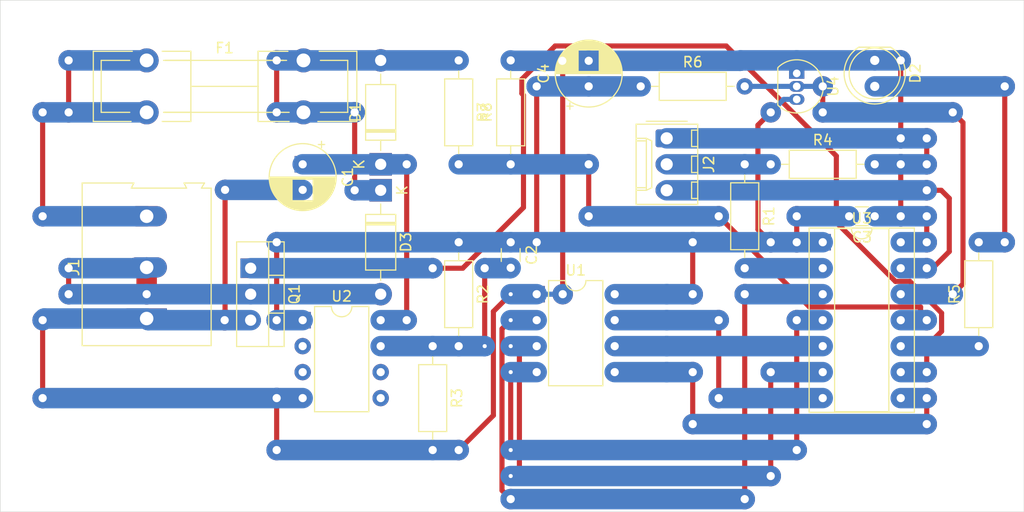
<source format=kicad_pcb>
(kicad_pcb (version 20171130) (host pcbnew 5.1.8-db9833491~88~ubuntu20.04.1)

  (general
    (thickness 1.6)
    (drawings 50)
    (tracks 251)
    (zones 0)
    (modules 23)
    (nets 26)
  )

  (page A4)
  (layers
    (0 F.Cu signal)
    (31 B.Cu signal)
    (32 B.Adhes user)
    (33 F.Adhes user)
    (34 B.Paste user)
    (35 F.Paste user)
    (36 B.SilkS user)
    (37 F.SilkS user)
    (38 B.Mask user)
    (39 F.Mask user)
    (40 Dwgs.User user)
    (41 Cmts.User user)
    (42 Eco1.User user)
    (43 Eco2.User user)
    (44 Edge.Cuts user)
    (45 Margin user)
    (46 B.CrtYd user)
    (47 F.CrtYd user)
    (48 B.Fab user)
    (49 F.Fab user)
  )

  (setup
    (last_trace_width 2)
    (user_trace_width 0.5)
    (user_trace_width 2)
    (trace_clearance 0.2)
    (zone_clearance 0.508)
    (zone_45_only no)
    (trace_min 0.2)
    (via_size 2)
    (via_drill 0.8)
    (via_min_size 0.4)
    (via_min_drill 0.3)
    (user_via 0.8 0.4)
    (user_via 2 0.8)
    (uvia_size 0.3)
    (uvia_drill 0.1)
    (uvias_allowed no)
    (uvia_min_size 0.2)
    (uvia_min_drill 0.1)
    (edge_width 0.05)
    (segment_width 0.2)
    (pcb_text_width 0.3)
    (pcb_text_size 1.5 1.5)
    (mod_edge_width 0.12)
    (mod_text_size 1 1)
    (mod_text_width 0.15)
    (pad_size 1.524 1.524)
    (pad_drill 0.762)
    (pad_to_mask_clearance 0)
    (aux_axis_origin 0 0)
    (visible_elements FFFFFFFF)
    (pcbplotparams
      (layerselection 0x010fc_ffffffff)
      (usegerberextensions false)
      (usegerberattributes true)
      (usegerberadvancedattributes true)
      (creategerberjobfile true)
      (excludeedgelayer true)
      (linewidth 0.100000)
      (plotframeref false)
      (viasonmask false)
      (mode 1)
      (useauxorigin false)
      (hpglpennumber 1)
      (hpglpenspeed 20)
      (hpglpendiameter 15.000000)
      (psnegative false)
      (psa4output false)
      (plotreference true)
      (plotvalue true)
      (plotinvisibletext false)
      (padsonsilk false)
      (subtractmaskfromsilk false)
      (outputformat 1)
      (mirror false)
      (drillshape 0)
      (scaleselection 1)
      (outputdirectory ""))
  )

  (net 0 "")
  (net 1 GNDREF)
  (net 2 +BATT)
  (net 3 "Net-(C2-Pad2)")
  (net 4 +3V3)
  (net 5 "Net-(D2-Pad2)")
  (net 6 "Net-(F1-Pad1)")
  (net 7 "Net-(J2-Pad2)")
  (net 8 "Net-(R1-Pad2)")
  (net 9 "Net-(R6-Pad2)")
  (net 10 "Net-(U1-Pad4)")
  (net 11 "Net-(U1-Pad5)")
  (net 12 "Net-(U1-Pad6)")
  (net 13 "Net-(U1-Pad7)")
  (net 14 "Net-(U2-Pad6)")
  (net 15 "Net-(U2-Pad5)")
  (net 16 "Net-(U2-Pad3)")
  (net 17 "Net-(U2-Pad2)")
  (net 18 "Net-(R5-Pad1)")
  (net 19 "Net-(R7-Pad2)")
  (net 20 "Net-(U1-Pad3)")
  (net 21 "Net-(U1-Pad2)")
  (net 22 "Net-(C1-Pad1)")
  (net 23 "Net-(J2-Pad3)")
  (net 24 "Net-(D3-Pad2)")
  (net 25 "Net-(Q1-Pad1)")

  (net_class Default "This is the default net class."
    (clearance 0.2)
    (trace_width 2)
    (via_dia 2)
    (via_drill 0.8)
    (uvia_dia 0.3)
    (uvia_drill 0.1)
    (add_net +3V3)
    (add_net +BATT)
    (add_net GNDREF)
    (add_net "Net-(C1-Pad1)")
    (add_net "Net-(C2-Pad2)")
    (add_net "Net-(D2-Pad2)")
    (add_net "Net-(D3-Pad2)")
    (add_net "Net-(F1-Pad1)")
    (add_net "Net-(J2-Pad2)")
    (add_net "Net-(J2-Pad3)")
    (add_net "Net-(Q1-Pad1)")
    (add_net "Net-(R1-Pad2)")
    (add_net "Net-(R5-Pad1)")
    (add_net "Net-(R6-Pad2)")
    (add_net "Net-(R7-Pad2)")
    (add_net "Net-(U1-Pad2)")
    (add_net "Net-(U1-Pad3)")
    (add_net "Net-(U1-Pad4)")
    (add_net "Net-(U1-Pad5)")
    (add_net "Net-(U1-Pad6)")
    (add_net "Net-(U1-Pad7)")
    (add_net "Net-(U2-Pad2)")
    (add_net "Net-(U2-Pad3)")
    (add_net "Net-(U2-Pad5)")
    (add_net "Net-(U2-Pad6)")
  )

  (module Package_TO_SOT_THT:TO-220-3_Vertical (layer F.Cu) (tedit 5AC8BA0D) (tstamp 5FED58DE)
    (at 124.46 76.2 270)
    (descr "TO-220-3, Vertical, RM 2.54mm, see https://www.vishay.com/docs/66542/to-220-1.pdf")
    (tags "TO-220-3 Vertical RM 2.54mm")
    (path /5FF122BC)
    (fp_text reference Q1 (at 2.54 -4.27 90) (layer F.SilkS)
      (effects (font (size 1 1) (thickness 0.15)))
    )
    (fp_text value IRLB8721PBF (at 2.54 2.5 90) (layer F.Fab)
      (effects (font (size 1 1) (thickness 0.15)))
    )
    (fp_line (start 7.79 -3.4) (end -2.71 -3.4) (layer F.CrtYd) (width 0.05))
    (fp_line (start 7.79 1.51) (end 7.79 -3.4) (layer F.CrtYd) (width 0.05))
    (fp_line (start -2.71 1.51) (end 7.79 1.51) (layer F.CrtYd) (width 0.05))
    (fp_line (start -2.71 -3.4) (end -2.71 1.51) (layer F.CrtYd) (width 0.05))
    (fp_line (start 4.391 -3.27) (end 4.391 -1.76) (layer F.SilkS) (width 0.12))
    (fp_line (start 0.69 -3.27) (end 0.69 -1.76) (layer F.SilkS) (width 0.12))
    (fp_line (start -2.58 -1.76) (end 7.66 -1.76) (layer F.SilkS) (width 0.12))
    (fp_line (start 7.66 -3.27) (end 7.66 1.371) (layer F.SilkS) (width 0.12))
    (fp_line (start -2.58 -3.27) (end -2.58 1.371) (layer F.SilkS) (width 0.12))
    (fp_line (start -2.58 1.371) (end 7.66 1.371) (layer F.SilkS) (width 0.12))
    (fp_line (start -2.58 -3.27) (end 7.66 -3.27) (layer F.SilkS) (width 0.12))
    (fp_line (start 4.39 -3.15) (end 4.39 -1.88) (layer F.Fab) (width 0.1))
    (fp_line (start 0.69 -3.15) (end 0.69 -1.88) (layer F.Fab) (width 0.1))
    (fp_line (start -2.46 -1.88) (end 7.54 -1.88) (layer F.Fab) (width 0.1))
    (fp_line (start 7.54 -3.15) (end -2.46 -3.15) (layer F.Fab) (width 0.1))
    (fp_line (start 7.54 1.25) (end 7.54 -3.15) (layer F.Fab) (width 0.1))
    (fp_line (start -2.46 1.25) (end 7.54 1.25) (layer F.Fab) (width 0.1))
    (fp_line (start -2.46 -3.15) (end -2.46 1.25) (layer F.Fab) (width 0.1))
    (fp_text user %R (at 2.54 -4.27 90) (layer F.Fab)
      (effects (font (size 1 1) (thickness 0.15)))
    )
    (pad 3 thru_hole oval (at 5.08 0 270) (size 1.905 2) (drill 1.1) (layers *.Cu *.Mask)
      (net 1 GNDREF))
    (pad 2 thru_hole oval (at 2.54 0 270) (size 1.905 2) (drill 1.1) (layers *.Cu *.Mask)
      (net 24 "Net-(D3-Pad2)"))
    (pad 1 thru_hole rect (at 0 0 270) (size 1.905 2) (drill 1.1) (layers *.Cu *.Mask)
      (net 25 "Net-(Q1-Pad1)"))
    (model ${KISYS3DMOD}/Package_TO_SOT_THT.3dshapes/TO-220-3_Vertical.wrl
      (at (xyz 0 0 0))
      (scale (xyz 1 1 1))
      (rotate (xyz 0 0 0))
    )
  )

  (module Diode_THT:D_DO-41_SOD81_P10.16mm_Horizontal (layer F.Cu) (tedit 5AE50CD5) (tstamp 5FED5702)
    (at 137.16 68.58 270)
    (descr "Diode, DO-41_SOD81 series, Axial, Horizontal, pin pitch=10.16mm, , length*diameter=5.2*2.7mm^2, , http://www.diodes.com/_files/packages/DO-41%20(Plastic).pdf")
    (tags "Diode DO-41_SOD81 series Axial Horizontal pin pitch 10.16mm  length 5.2mm diameter 2.7mm")
    (path /5FF39BA2)
    (fp_text reference D3 (at 5.08 -2.47 90) (layer F.SilkS)
      (effects (font (size 1 1) (thickness 0.15)))
    )
    (fp_text value 1N4004 (at 5.08 2.47 90) (layer F.Fab)
      (effects (font (size 1 1) (thickness 0.15)))
    )
    (fp_line (start 11.51 -1.6) (end -1.35 -1.6) (layer F.CrtYd) (width 0.05))
    (fp_line (start 11.51 1.6) (end 11.51 -1.6) (layer F.CrtYd) (width 0.05))
    (fp_line (start -1.35 1.6) (end 11.51 1.6) (layer F.CrtYd) (width 0.05))
    (fp_line (start -1.35 -1.6) (end -1.35 1.6) (layer F.CrtYd) (width 0.05))
    (fp_line (start 3.14 -1.47) (end 3.14 1.47) (layer F.SilkS) (width 0.12))
    (fp_line (start 3.38 -1.47) (end 3.38 1.47) (layer F.SilkS) (width 0.12))
    (fp_line (start 3.26 -1.47) (end 3.26 1.47) (layer F.SilkS) (width 0.12))
    (fp_line (start 8.82 0) (end 7.8 0) (layer F.SilkS) (width 0.12))
    (fp_line (start 1.34 0) (end 2.36 0) (layer F.SilkS) (width 0.12))
    (fp_line (start 7.8 -1.47) (end 2.36 -1.47) (layer F.SilkS) (width 0.12))
    (fp_line (start 7.8 1.47) (end 7.8 -1.47) (layer F.SilkS) (width 0.12))
    (fp_line (start 2.36 1.47) (end 7.8 1.47) (layer F.SilkS) (width 0.12))
    (fp_line (start 2.36 -1.47) (end 2.36 1.47) (layer F.SilkS) (width 0.12))
    (fp_line (start 3.16 -1.35) (end 3.16 1.35) (layer F.Fab) (width 0.1))
    (fp_line (start 3.36 -1.35) (end 3.36 1.35) (layer F.Fab) (width 0.1))
    (fp_line (start 3.26 -1.35) (end 3.26 1.35) (layer F.Fab) (width 0.1))
    (fp_line (start 10.16 0) (end 7.68 0) (layer F.Fab) (width 0.1))
    (fp_line (start 0 0) (end 2.48 0) (layer F.Fab) (width 0.1))
    (fp_line (start 7.68 -1.35) (end 2.48 -1.35) (layer F.Fab) (width 0.1))
    (fp_line (start 7.68 1.35) (end 7.68 -1.35) (layer F.Fab) (width 0.1))
    (fp_line (start 2.48 1.35) (end 7.68 1.35) (layer F.Fab) (width 0.1))
    (fp_line (start 2.48 -1.35) (end 2.48 1.35) (layer F.Fab) (width 0.1))
    (fp_text user K (at 0 -2.1 90) (layer F.SilkS)
      (effects (font (size 1 1) (thickness 0.15)))
    )
    (fp_text user K (at 0 -2.1 90) (layer F.Fab)
      (effects (font (size 1 1) (thickness 0.15)))
    )
    (fp_text user %R (at 5.47 0 90) (layer F.Fab)
      (effects (font (size 1 1) (thickness 0.15)))
    )
    (pad 2 thru_hole oval (at 10.16 0 270) (size 2.2 2.2) (drill 1.1) (layers *.Cu *.Mask)
      (net 24 "Net-(D3-Pad2)"))
    (pad 1 thru_hole rect (at 0 0 270) (size 2.2 2.2) (drill 1.1) (layers *.Cu *.Mask)
      (net 2 +BATT))
    (model ${KISYS3DMOD}/Diode_THT.3dshapes/D_DO-41_SOD81_P10.16mm_Horizontal.wrl
      (at (xyz 0 0 0))
      (scale (xyz 1 1 1))
      (rotate (xyz 0 0 0))
    )
  )

  (module Package_DIP:DIP-8_W7.62mm (layer F.Cu) (tedit 5A02E8C5) (tstamp 5FEC02D3)
    (at 152.4 78.74)
    (descr "8-lead though-hole mounted DIP package, row spacing 7.62 mm (300 mils)")
    (tags "THT DIP DIL PDIP 2.54mm 7.62mm 300mil")
    (path /5FEF7B0B)
    (fp_text reference U1 (at 3.81 -2.33) (layer F.SilkS)
      (effects (font (size 1 1) (thickness 0.15)))
    )
    (fp_text value "SX1278 LoRa Module" (at 3.81 9.95) (layer F.Fab)
      (effects (font (size 1 1) (thickness 0.15)))
    )
    (fp_line (start 8.7 -1.55) (end -1.1 -1.55) (layer F.CrtYd) (width 0.05))
    (fp_line (start 8.7 9.15) (end 8.7 -1.55) (layer F.CrtYd) (width 0.05))
    (fp_line (start -1.1 9.15) (end 8.7 9.15) (layer F.CrtYd) (width 0.05))
    (fp_line (start -1.1 -1.55) (end -1.1 9.15) (layer F.CrtYd) (width 0.05))
    (fp_line (start 6.46 -1.33) (end 4.81 -1.33) (layer F.SilkS) (width 0.12))
    (fp_line (start 6.46 8.95) (end 6.46 -1.33) (layer F.SilkS) (width 0.12))
    (fp_line (start 1.16 8.95) (end 6.46 8.95) (layer F.SilkS) (width 0.12))
    (fp_line (start 1.16 -1.33) (end 1.16 8.95) (layer F.SilkS) (width 0.12))
    (fp_line (start 2.81 -1.33) (end 1.16 -1.33) (layer F.SilkS) (width 0.12))
    (fp_line (start 0.635 -0.27) (end 1.635 -1.27) (layer F.Fab) (width 0.1))
    (fp_line (start 0.635 8.89) (end 0.635 -0.27) (layer F.Fab) (width 0.1))
    (fp_line (start 6.985 8.89) (end 0.635 8.89) (layer F.Fab) (width 0.1))
    (fp_line (start 6.985 -1.27) (end 6.985 8.89) (layer F.Fab) (width 0.1))
    (fp_line (start 1.635 -1.27) (end 6.985 -1.27) (layer F.Fab) (width 0.1))
    (fp_text user %R (at 3.81 3.81) (layer F.Fab)
      (effects (font (size 1 1) (thickness 0.15)))
    )
    (fp_arc (start 3.81 -1.33) (end 2.81 -1.33) (angle -180) (layer F.SilkS) (width 0.12))
    (pad 8 thru_hole oval (at 7.62 0) (size 1.6 1.6) (drill 0.8) (layers *.Cu *.Mask)
      (net 4 +3V3))
    (pad 4 thru_hole oval (at 0 7.62) (size 1.6 1.6) (drill 0.8) (layers *.Cu *.Mask)
      (net 10 "Net-(U1-Pad4)"))
    (pad 7 thru_hole oval (at 7.62 2.54) (size 1.6 1.6) (drill 0.8) (layers *.Cu *.Mask)
      (net 13 "Net-(U1-Pad7)"))
    (pad 3 thru_hole oval (at 0 5.08) (size 1.6 1.6) (drill 0.8) (layers *.Cu *.Mask)
      (net 20 "Net-(U1-Pad3)"))
    (pad 6 thru_hole oval (at 7.62 5.08) (size 1.6 1.6) (drill 0.8) (layers *.Cu *.Mask)
      (net 12 "Net-(U1-Pad6)"))
    (pad 2 thru_hole oval (at 0 2.54) (size 1.6 1.6) (drill 0.8) (layers *.Cu *.Mask)
      (net 21 "Net-(U1-Pad2)"))
    (pad 5 thru_hole oval (at 7.62 7.62) (size 1.6 1.6) (drill 0.8) (layers *.Cu *.Mask)
      (net 11 "Net-(U1-Pad5)"))
    (pad 1 thru_hole rect (at 0 0) (size 1.6 1.6) (drill 0.8) (layers *.Cu *.Mask)
      (net 1 GNDREF))
    (model ${KISYS3DMOD}/Package_DIP.3dshapes/DIP-8_W7.62mm.wrl
      (at (xyz 0 0 0))
      (scale (xyz 1 1 1))
      (rotate (xyz 0 0 0))
    )
  )

  (module Package_DIP:DIP-8_W7.62mm (layer F.Cu) (tedit 5A02E8C5) (tstamp 5FEC02ED)
    (at 129.54 81.28)
    (descr "8-lead though-hole mounted DIP package, row spacing 7.62 mm (300 mils)")
    (tags "THT DIP DIL PDIP 2.54mm 7.62mm 300mil")
    (path /5FE9BF50)
    (fp_text reference U2 (at 3.81 -2.33) (layer F.SilkS)
      (effects (font (size 1 1) (thickness 0.15)))
    )
    (fp_text value MIC2954 (at 3.81 9.95) (layer F.Fab)
      (effects (font (size 1 1) (thickness 0.15)))
    )
    (fp_line (start 8.7 -1.55) (end -1.1 -1.55) (layer F.CrtYd) (width 0.05))
    (fp_line (start 8.7 9.15) (end 8.7 -1.55) (layer F.CrtYd) (width 0.05))
    (fp_line (start -1.1 9.15) (end 8.7 9.15) (layer F.CrtYd) (width 0.05))
    (fp_line (start -1.1 -1.55) (end -1.1 9.15) (layer F.CrtYd) (width 0.05))
    (fp_line (start 6.46 -1.33) (end 4.81 -1.33) (layer F.SilkS) (width 0.12))
    (fp_line (start 6.46 8.95) (end 6.46 -1.33) (layer F.SilkS) (width 0.12))
    (fp_line (start 1.16 8.95) (end 6.46 8.95) (layer F.SilkS) (width 0.12))
    (fp_line (start 1.16 -1.33) (end 1.16 8.95) (layer F.SilkS) (width 0.12))
    (fp_line (start 2.81 -1.33) (end 1.16 -1.33) (layer F.SilkS) (width 0.12))
    (fp_line (start 0.635 -0.27) (end 1.635 -1.27) (layer F.Fab) (width 0.1))
    (fp_line (start 0.635 8.89) (end 0.635 -0.27) (layer F.Fab) (width 0.1))
    (fp_line (start 6.985 8.89) (end 0.635 8.89) (layer F.Fab) (width 0.1))
    (fp_line (start 6.985 -1.27) (end 6.985 8.89) (layer F.Fab) (width 0.1))
    (fp_line (start 1.635 -1.27) (end 6.985 -1.27) (layer F.Fab) (width 0.1))
    (fp_text user %R (at 3.81 3.81) (layer F.Fab)
      (effects (font (size 1 1) (thickness 0.15)))
    )
    (fp_arc (start 3.81 -1.33) (end 2.81 -1.33) (angle -180) (layer F.SilkS) (width 0.12))
    (pad 8 thru_hole oval (at 7.62 0) (size 1.6 1.6) (drill 0.8) (layers *.Cu *.Mask)
      (net 22 "Net-(C1-Pad1)"))
    (pad 4 thru_hole oval (at 0 7.62) (size 1.6 1.6) (drill 0.8) (layers *.Cu *.Mask)
      (net 1 GNDREF))
    (pad 7 thru_hole oval (at 7.62 2.54) (size 1.6 1.6) (drill 0.8) (layers *.Cu *.Mask)
      (net 3 "Net-(C2-Pad2)"))
    (pad 3 thru_hole oval (at 0 5.08) (size 1.6 1.6) (drill 0.8) (layers *.Cu *.Mask)
      (net 16 "Net-(U2-Pad3)"))
    (pad 6 thru_hole oval (at 7.62 5.08) (size 1.6 1.6) (drill 0.8) (layers *.Cu *.Mask)
      (net 14 "Net-(U2-Pad6)"))
    (pad 2 thru_hole oval (at 0 2.54) (size 1.6 1.6) (drill 0.8) (layers *.Cu *.Mask)
      (net 17 "Net-(U2-Pad2)"))
    (pad 5 thru_hole oval (at 7.62 7.62) (size 1.6 1.6) (drill 0.8) (layers *.Cu *.Mask)
      (net 15 "Net-(U2-Pad5)"))
    (pad 1 thru_hole rect (at 0 0) (size 1.6 1.6) (drill 0.8) (layers *.Cu *.Mask)
      (net 4 +3V3))
    (model ${KISYS3DMOD}/Package_DIP.3dshapes/DIP-8_W7.62mm.wrl
      (at (xyz 0 0 0))
      (scale (xyz 1 1 1))
      (rotate (xyz 0 0 0))
    )
  )

  (module Package_TO_SOT_THT:TO-92_Inline (layer F.Cu) (tedit 5A1DD157) (tstamp 5FEC0329)
    (at 177.8 57.15 270)
    (descr "TO-92 leads in-line, narrow, oval pads, drill 0.75mm (see NXP sot054_po.pdf)")
    (tags "to-92 sc-43 sc-43a sot54 PA33 transistor")
    (path /5FF479B6)
    (fp_text reference U4 (at 1.27 -3.56 90) (layer F.SilkS)
      (effects (font (size 1 1) (thickness 0.15)))
    )
    (fp_text value DS18B20 (at 1.27 2.79 90) (layer F.Fab)
      (effects (font (size 1 1) (thickness 0.15)))
    )
    (fp_line (start 4 2.01) (end -1.46 2.01) (layer F.CrtYd) (width 0.05))
    (fp_line (start 4 2.01) (end 4 -2.73) (layer F.CrtYd) (width 0.05))
    (fp_line (start -1.46 -2.73) (end -1.46 2.01) (layer F.CrtYd) (width 0.05))
    (fp_line (start -1.46 -2.73) (end 4 -2.73) (layer F.CrtYd) (width 0.05))
    (fp_line (start -0.5 1.75) (end 3 1.75) (layer F.Fab) (width 0.1))
    (fp_line (start -0.53 1.85) (end 3.07 1.85) (layer F.SilkS) (width 0.12))
    (fp_arc (start 1.27 0) (end 1.27 -2.6) (angle 135) (layer F.SilkS) (width 0.12))
    (fp_arc (start 1.27 0) (end 1.27 -2.48) (angle -135) (layer F.Fab) (width 0.1))
    (fp_arc (start 1.27 0) (end 1.27 -2.6) (angle -135) (layer F.SilkS) (width 0.12))
    (fp_arc (start 1.27 0) (end 1.27 -2.48) (angle 135) (layer F.Fab) (width 0.1))
    (fp_text user %R (at 1.27 0 90) (layer F.Fab)
      (effects (font (size 1 1) (thickness 0.15)))
    )
    (pad 1 thru_hole rect (at 0 0 270) (size 1.05 1.5) (drill 0.75) (layers *.Cu *.Mask)
      (net 1 GNDREF))
    (pad 3 thru_hole oval (at 2.54 0 270) (size 1.05 1.5) (drill 0.75) (layers *.Cu *.Mask)
      (net 4 +3V3))
    (pad 2 thru_hole oval (at 1.27 0 270) (size 1.05 1.5) (drill 0.75) (layers *.Cu *.Mask)
      (net 9 "Net-(R6-Pad2)"))
    (model ${KISYS3DMOD}/Package_TO_SOT_THT.3dshapes/TO-92_Inline.wrl
      (at (xyz 0 0 0))
      (scale (xyz 1 1 1))
      (rotate (xyz 0 0 0))
    )
  )

  (module Package_DIP:DIP-14_W7.62mm_Socket (layer F.Cu) (tedit 5A02E8C5) (tstamp 5FEC0317)
    (at 180.34 73.66)
    (descr "14-lead though-hole mounted DIP package, row spacing 7.62 mm (300 mils), Socket")
    (tags "THT DIP DIL PDIP 2.54mm 7.62mm 300mil Socket")
    (path /5FE9B6AB)
    (fp_text reference U3 (at 3.81 -2.33) (layer F.SilkS)
      (effects (font (size 1 1) (thickness 0.15)))
    )
    (fp_text value PICAXE-14M (at 3.81 17.57) (layer F.Fab)
      (effects (font (size 1 1) (thickness 0.15)))
    )
    (fp_line (start 9.15 -1.6) (end -1.55 -1.6) (layer F.CrtYd) (width 0.05))
    (fp_line (start 9.15 16.85) (end 9.15 -1.6) (layer F.CrtYd) (width 0.05))
    (fp_line (start -1.55 16.85) (end 9.15 16.85) (layer F.CrtYd) (width 0.05))
    (fp_line (start -1.55 -1.6) (end -1.55 16.85) (layer F.CrtYd) (width 0.05))
    (fp_line (start 8.95 -1.39) (end -1.33 -1.39) (layer F.SilkS) (width 0.12))
    (fp_line (start 8.95 16.63) (end 8.95 -1.39) (layer F.SilkS) (width 0.12))
    (fp_line (start -1.33 16.63) (end 8.95 16.63) (layer F.SilkS) (width 0.12))
    (fp_line (start -1.33 -1.39) (end -1.33 16.63) (layer F.SilkS) (width 0.12))
    (fp_line (start 6.46 -1.33) (end 4.81 -1.33) (layer F.SilkS) (width 0.12))
    (fp_line (start 6.46 16.57) (end 6.46 -1.33) (layer F.SilkS) (width 0.12))
    (fp_line (start 1.16 16.57) (end 6.46 16.57) (layer F.SilkS) (width 0.12))
    (fp_line (start 1.16 -1.33) (end 1.16 16.57) (layer F.SilkS) (width 0.12))
    (fp_line (start 2.81 -1.33) (end 1.16 -1.33) (layer F.SilkS) (width 0.12))
    (fp_line (start 8.89 -1.33) (end -1.27 -1.33) (layer F.Fab) (width 0.1))
    (fp_line (start 8.89 16.57) (end 8.89 -1.33) (layer F.Fab) (width 0.1))
    (fp_line (start -1.27 16.57) (end 8.89 16.57) (layer F.Fab) (width 0.1))
    (fp_line (start -1.27 -1.33) (end -1.27 16.57) (layer F.Fab) (width 0.1))
    (fp_line (start 0.635 -0.27) (end 1.635 -1.27) (layer F.Fab) (width 0.1))
    (fp_line (start 0.635 16.51) (end 0.635 -0.27) (layer F.Fab) (width 0.1))
    (fp_line (start 6.985 16.51) (end 0.635 16.51) (layer F.Fab) (width 0.1))
    (fp_line (start 6.985 -1.27) (end 6.985 16.51) (layer F.Fab) (width 0.1))
    (fp_line (start 1.635 -1.27) (end 6.985 -1.27) (layer F.Fab) (width 0.1))
    (fp_text user %R (at 3.81 7.62) (layer F.Fab)
      (effects (font (size 1 1) (thickness 0.15)))
    )
    (fp_arc (start 3.81 -1.33) (end 2.81 -1.33) (angle -180) (layer F.SilkS) (width 0.12))
    (pad 14 thru_hole oval (at 7.62 0) (size 1.6 1.6) (drill 0.8) (layers *.Cu *.Mask)
      (net 1 GNDREF))
    (pad 7 thru_hole oval (at 0 15.24) (size 1.6 1.6) (drill 0.8) (layers *.Cu *.Mask)
      (net 13 "Net-(U1-Pad7)"))
    (pad 13 thru_hole oval (at 7.62 2.54) (size 1.6 1.6) (drill 0.8) (layers *.Cu *.Mask)
      (net 23 "Net-(J2-Pad3)"))
    (pad 6 thru_hole oval (at 0 12.7) (size 1.6 1.6) (drill 0.8) (layers *.Cu *.Mask)
      (net 20 "Net-(U1-Pad3)"))
    (pad 12 thru_hole oval (at 7.62 5.08) (size 1.6 1.6) (drill 0.8) (layers *.Cu *.Mask)
      (net 9 "Net-(R6-Pad2)"))
    (pad 5 thru_hole oval (at 0 10.16) (size 1.6 1.6) (drill 0.8) (layers *.Cu *.Mask)
      (net 12 "Net-(U1-Pad6)"))
    (pad 11 thru_hole oval (at 7.62 7.62) (size 1.6 1.6) (drill 0.8) (layers *.Cu *.Mask)
      (net 19 "Net-(R7-Pad2)"))
    (pad 4 thru_hole oval (at 0 7.62) (size 1.6 1.6) (drill 0.8) (layers *.Cu *.Mask)
      (net 10 "Net-(U1-Pad4)"))
    (pad 10 thru_hole oval (at 7.62 10.16) (size 1.6 1.6) (drill 0.8) (layers *.Cu *.Mask)
      (net 18 "Net-(R5-Pad1)"))
    (pad 3 thru_hole oval (at 0 5.08) (size 1.6 1.6) (drill 0.8) (layers *.Cu *.Mask)
      (net 21 "Net-(U1-Pad2)"))
    (pad 9 thru_hole oval (at 7.62 12.7) (size 1.6 1.6) (drill 0.8) (layers *.Cu *.Mask)
      (net 25 "Net-(Q1-Pad1)"))
    (pad 2 thru_hole oval (at 0 2.54) (size 1.6 1.6) (drill 0.8) (layers *.Cu *.Mask)
      (net 8 "Net-(R1-Pad2)"))
    (pad 8 thru_hole oval (at 7.62 15.24) (size 1.6 1.6) (drill 0.8) (layers *.Cu *.Mask)
      (net 11 "Net-(U1-Pad5)"))
    (pad 1 thru_hole rect (at 0 0) (size 1.6 1.6) (drill 0.8) (layers *.Cu *.Mask)
      (net 4 +3V3))
    (model ${KISYS3DMOD}/Package_DIP.3dshapes/DIP-14_W7.62mm_Socket.wrl
      (at (xyz 0 0 0))
      (scale (xyz 1 1 1))
      (rotate (xyz 0 0 0))
    )
  )

  (module Resistor_THT:R_Axial_DIN0207_L6.3mm_D2.5mm_P10.16mm_Horizontal (layer F.Cu) (tedit 5AE5139B) (tstamp 5FEC02B5)
    (at 149.86 66.04 90)
    (descr "Resistor, Axial_DIN0207 series, Axial, Horizontal, pin pitch=10.16mm, 0.25W = 1/4W, length*diameter=6.3*2.5mm^2, http://cdn-reichelt.de/documents/datenblatt/B400/1_4W%23YAG.pdf")
    (tags "Resistor Axial_DIN0207 series Axial Horizontal pin pitch 10.16mm 0.25W = 1/4W length 6.3mm diameter 2.5mm")
    (path /5FFBAA82)
    (fp_text reference R8 (at 5.08 -2.37 90) (layer F.SilkS)
      (effects (font (size 1 1) (thickness 0.15)))
    )
    (fp_text value 4.7k (at 5.08 2.37 90) (layer F.Fab)
      (effects (font (size 1 1) (thickness 0.15)))
    )
    (fp_line (start 11.21 -1.5) (end -1.05 -1.5) (layer F.CrtYd) (width 0.05))
    (fp_line (start 11.21 1.5) (end 11.21 -1.5) (layer F.CrtYd) (width 0.05))
    (fp_line (start -1.05 1.5) (end 11.21 1.5) (layer F.CrtYd) (width 0.05))
    (fp_line (start -1.05 -1.5) (end -1.05 1.5) (layer F.CrtYd) (width 0.05))
    (fp_line (start 9.12 0) (end 8.35 0) (layer F.SilkS) (width 0.12))
    (fp_line (start 1.04 0) (end 1.81 0) (layer F.SilkS) (width 0.12))
    (fp_line (start 8.35 -1.37) (end 1.81 -1.37) (layer F.SilkS) (width 0.12))
    (fp_line (start 8.35 1.37) (end 8.35 -1.37) (layer F.SilkS) (width 0.12))
    (fp_line (start 1.81 1.37) (end 8.35 1.37) (layer F.SilkS) (width 0.12))
    (fp_line (start 1.81 -1.37) (end 1.81 1.37) (layer F.SilkS) (width 0.12))
    (fp_line (start 10.16 0) (end 8.23 0) (layer F.Fab) (width 0.1))
    (fp_line (start 0 0) (end 1.93 0) (layer F.Fab) (width 0.1))
    (fp_line (start 8.23 -1.25) (end 1.93 -1.25) (layer F.Fab) (width 0.1))
    (fp_line (start 8.23 1.25) (end 8.23 -1.25) (layer F.Fab) (width 0.1))
    (fp_line (start 1.93 1.25) (end 8.23 1.25) (layer F.Fab) (width 0.1))
    (fp_line (start 1.93 -1.25) (end 1.93 1.25) (layer F.Fab) (width 0.1))
    (fp_text user %R (at 5.08 0 90) (layer F.Fab)
      (effects (font (size 1 1) (thickness 0.15)))
    )
    (pad 2 thru_hole oval (at 10.16 0 90) (size 1.6 1.6) (drill 0.8) (layers *.Cu *.Mask)
      (net 1 GNDREF))
    (pad 1 thru_hole circle (at 0 0 90) (size 1.6 1.6) (drill 0.8) (layers *.Cu *.Mask)
      (net 19 "Net-(R7-Pad2)"))
    (model ${KISYS3DMOD}/Resistor_THT.3dshapes/R_Axial_DIN0207_L6.3mm_D2.5mm_P10.16mm_Horizontal.wrl
      (at (xyz 0 0 0))
      (scale (xyz 1 1 1))
      (rotate (xyz 0 0 0))
    )
  )

  (module Resistor_THT:R_Axial_DIN0207_L6.3mm_D2.5mm_P10.16mm_Horizontal (layer F.Cu) (tedit 5AE5139B) (tstamp 5FEC029E)
    (at 144.78 55.88 270)
    (descr "Resistor, Axial_DIN0207 series, Axial, Horizontal, pin pitch=10.16mm, 0.25W = 1/4W, length*diameter=6.3*2.5mm^2, http://cdn-reichelt.de/documents/datenblatt/B400/1_4W%23YAG.pdf")
    (tags "Resistor Axial_DIN0207 series Axial Horizontal pin pitch 10.16mm 0.25W = 1/4W length 6.3mm diameter 2.5mm")
    (path /5FFB8138)
    (fp_text reference R7 (at 5.08 -2.37 90) (layer F.SilkS)
      (effects (font (size 1 1) (thickness 0.15)))
    )
    (fp_text value 33k (at 5.08 2.37 90) (layer F.Fab)
      (effects (font (size 1 1) (thickness 0.15)))
    )
    (fp_line (start 11.21 -1.5) (end -1.05 -1.5) (layer F.CrtYd) (width 0.05))
    (fp_line (start 11.21 1.5) (end 11.21 -1.5) (layer F.CrtYd) (width 0.05))
    (fp_line (start -1.05 1.5) (end 11.21 1.5) (layer F.CrtYd) (width 0.05))
    (fp_line (start -1.05 -1.5) (end -1.05 1.5) (layer F.CrtYd) (width 0.05))
    (fp_line (start 9.12 0) (end 8.35 0) (layer F.SilkS) (width 0.12))
    (fp_line (start 1.04 0) (end 1.81 0) (layer F.SilkS) (width 0.12))
    (fp_line (start 8.35 -1.37) (end 1.81 -1.37) (layer F.SilkS) (width 0.12))
    (fp_line (start 8.35 1.37) (end 8.35 -1.37) (layer F.SilkS) (width 0.12))
    (fp_line (start 1.81 1.37) (end 8.35 1.37) (layer F.SilkS) (width 0.12))
    (fp_line (start 1.81 -1.37) (end 1.81 1.37) (layer F.SilkS) (width 0.12))
    (fp_line (start 10.16 0) (end 8.23 0) (layer F.Fab) (width 0.1))
    (fp_line (start 0 0) (end 1.93 0) (layer F.Fab) (width 0.1))
    (fp_line (start 8.23 -1.25) (end 1.93 -1.25) (layer F.Fab) (width 0.1))
    (fp_line (start 8.23 1.25) (end 8.23 -1.25) (layer F.Fab) (width 0.1))
    (fp_line (start 1.93 1.25) (end 8.23 1.25) (layer F.Fab) (width 0.1))
    (fp_line (start 1.93 -1.25) (end 1.93 1.25) (layer F.Fab) (width 0.1))
    (fp_text user %R (at 5.08 0 90) (layer F.Fab)
      (effects (font (size 1 1) (thickness 0.15)))
    )
    (pad 2 thru_hole oval (at 10.16 0 270) (size 1.6 1.6) (drill 0.8) (layers *.Cu *.Mask)
      (net 19 "Net-(R7-Pad2)"))
    (pad 1 thru_hole circle (at 0 0 270) (size 1.6 1.6) (drill 0.8) (layers *.Cu *.Mask)
      (net 2 +BATT))
    (model ${KISYS3DMOD}/Resistor_THT.3dshapes/R_Axial_DIN0207_L6.3mm_D2.5mm_P10.16mm_Horizontal.wrl
      (at (xyz 0 0 0))
      (scale (xyz 1 1 1))
      (rotate (xyz 0 0 0))
    )
  )

  (module Resistor_THT:R_Axial_DIN0207_L6.3mm_D2.5mm_P10.16mm_Horizontal (layer F.Cu) (tedit 5AE5139B) (tstamp 5FEC0287)
    (at 162.56 58.42)
    (descr "Resistor, Axial_DIN0207 series, Axial, Horizontal, pin pitch=10.16mm, 0.25W = 1/4W, length*diameter=6.3*2.5mm^2, http://cdn-reichelt.de/documents/datenblatt/B400/1_4W%23YAG.pdf")
    (tags "Resistor Axial_DIN0207 series Axial Horizontal pin pitch 10.16mm 0.25W = 1/4W length 6.3mm diameter 2.5mm")
    (path /5FF54CA5)
    (fp_text reference R6 (at 5.08 -2.37) (layer F.SilkS)
      (effects (font (size 1 1) (thickness 0.15)))
    )
    (fp_text value 4.7k (at 5.08 2.37) (layer F.Fab)
      (effects (font (size 1 1) (thickness 0.15)))
    )
    (fp_line (start 11.21 -1.5) (end -1.05 -1.5) (layer F.CrtYd) (width 0.05))
    (fp_line (start 11.21 1.5) (end 11.21 -1.5) (layer F.CrtYd) (width 0.05))
    (fp_line (start -1.05 1.5) (end 11.21 1.5) (layer F.CrtYd) (width 0.05))
    (fp_line (start -1.05 -1.5) (end -1.05 1.5) (layer F.CrtYd) (width 0.05))
    (fp_line (start 9.12 0) (end 8.35 0) (layer F.SilkS) (width 0.12))
    (fp_line (start 1.04 0) (end 1.81 0) (layer F.SilkS) (width 0.12))
    (fp_line (start 8.35 -1.37) (end 1.81 -1.37) (layer F.SilkS) (width 0.12))
    (fp_line (start 8.35 1.37) (end 8.35 -1.37) (layer F.SilkS) (width 0.12))
    (fp_line (start 1.81 1.37) (end 8.35 1.37) (layer F.SilkS) (width 0.12))
    (fp_line (start 1.81 -1.37) (end 1.81 1.37) (layer F.SilkS) (width 0.12))
    (fp_line (start 10.16 0) (end 8.23 0) (layer F.Fab) (width 0.1))
    (fp_line (start 0 0) (end 1.93 0) (layer F.Fab) (width 0.1))
    (fp_line (start 8.23 -1.25) (end 1.93 -1.25) (layer F.Fab) (width 0.1))
    (fp_line (start 8.23 1.25) (end 8.23 -1.25) (layer F.Fab) (width 0.1))
    (fp_line (start 1.93 1.25) (end 8.23 1.25) (layer F.Fab) (width 0.1))
    (fp_line (start 1.93 -1.25) (end 1.93 1.25) (layer F.Fab) (width 0.1))
    (fp_text user %R (at 5.08 0) (layer F.Fab)
      (effects (font (size 1 1) (thickness 0.15)))
    )
    (pad 2 thru_hole oval (at 10.16 0) (size 1.6 1.6) (drill 0.8) (layers *.Cu *.Mask)
      (net 9 "Net-(R6-Pad2)"))
    (pad 1 thru_hole circle (at 0 0) (size 1.6 1.6) (drill 0.8) (layers *.Cu *.Mask)
      (net 4 +3V3))
    (model ${KISYS3DMOD}/Resistor_THT.3dshapes/R_Axial_DIN0207_L6.3mm_D2.5mm_P10.16mm_Horizontal.wrl
      (at (xyz 0 0 0))
      (scale (xyz 1 1 1))
      (rotate (xyz 0 0 0))
    )
  )

  (module Resistor_THT:R_Axial_DIN0207_L6.3mm_D2.5mm_P10.16mm_Horizontal (layer F.Cu) (tedit 5AE5139B) (tstamp 5FEC0270)
    (at 195.58 83.82 90)
    (descr "Resistor, Axial_DIN0207 series, Axial, Horizontal, pin pitch=10.16mm, 0.25W = 1/4W, length*diameter=6.3*2.5mm^2, http://cdn-reichelt.de/documents/datenblatt/B400/1_4W%23YAG.pdf")
    (tags "Resistor Axial_DIN0207 series Axial Horizontal pin pitch 10.16mm 0.25W = 1/4W length 6.3mm diameter 2.5mm")
    (path /60006D4B)
    (fp_text reference R5 (at 5.08 -2.37 90) (layer F.SilkS)
      (effects (font (size 1 1) (thickness 0.15)))
    )
    (fp_text value 470 (at 5.08 2.37 90) (layer F.Fab)
      (effects (font (size 1 1) (thickness 0.15)))
    )
    (fp_line (start 11.21 -1.5) (end -1.05 -1.5) (layer F.CrtYd) (width 0.05))
    (fp_line (start 11.21 1.5) (end 11.21 -1.5) (layer F.CrtYd) (width 0.05))
    (fp_line (start -1.05 1.5) (end 11.21 1.5) (layer F.CrtYd) (width 0.05))
    (fp_line (start -1.05 -1.5) (end -1.05 1.5) (layer F.CrtYd) (width 0.05))
    (fp_line (start 9.12 0) (end 8.35 0) (layer F.SilkS) (width 0.12))
    (fp_line (start 1.04 0) (end 1.81 0) (layer F.SilkS) (width 0.12))
    (fp_line (start 8.35 -1.37) (end 1.81 -1.37) (layer F.SilkS) (width 0.12))
    (fp_line (start 8.35 1.37) (end 8.35 -1.37) (layer F.SilkS) (width 0.12))
    (fp_line (start 1.81 1.37) (end 8.35 1.37) (layer F.SilkS) (width 0.12))
    (fp_line (start 1.81 -1.37) (end 1.81 1.37) (layer F.SilkS) (width 0.12))
    (fp_line (start 10.16 0) (end 8.23 0) (layer F.Fab) (width 0.1))
    (fp_line (start 0 0) (end 1.93 0) (layer F.Fab) (width 0.1))
    (fp_line (start 8.23 -1.25) (end 1.93 -1.25) (layer F.Fab) (width 0.1))
    (fp_line (start 8.23 1.25) (end 8.23 -1.25) (layer F.Fab) (width 0.1))
    (fp_line (start 1.93 1.25) (end 8.23 1.25) (layer F.Fab) (width 0.1))
    (fp_line (start 1.93 -1.25) (end 1.93 1.25) (layer F.Fab) (width 0.1))
    (fp_text user %R (at 5.08 0 90) (layer F.Fab)
      (effects (font (size 1 1) (thickness 0.15)))
    )
    (pad 2 thru_hole oval (at 10.16 0 90) (size 1.6 1.6) (drill 0.8) (layers *.Cu *.Mask)
      (net 5 "Net-(D2-Pad2)"))
    (pad 1 thru_hole circle (at 0 0 90) (size 1.6 1.6) (drill 0.8) (layers *.Cu *.Mask)
      (net 18 "Net-(R5-Pad1)"))
    (model ${KISYS3DMOD}/Resistor_THT.3dshapes/R_Axial_DIN0207_L6.3mm_D2.5mm_P10.16mm_Horizontal.wrl
      (at (xyz 0 0 0))
      (scale (xyz 1 1 1))
      (rotate (xyz 0 0 0))
    )
  )

  (module Resistor_THT:R_Axial_DIN0207_L6.3mm_D2.5mm_P10.16mm_Horizontal (layer F.Cu) (tedit 5AE5139B) (tstamp 5FEC0259)
    (at 175.26 66.04)
    (descr "Resistor, Axial_DIN0207 series, Axial, Horizontal, pin pitch=10.16mm, 0.25W = 1/4W, length*diameter=6.3*2.5mm^2, http://cdn-reichelt.de/documents/datenblatt/B400/1_4W%23YAG.pdf")
    (tags "Resistor Axial_DIN0207 series Axial Horizontal pin pitch 10.16mm 0.25W = 1/4W length 6.3mm diameter 2.5mm")
    (path /5FF10A64)
    (fp_text reference R4 (at 5.08 -2.37) (layer F.SilkS)
      (effects (font (size 1 1) (thickness 0.15)))
    )
    (fp_text value 10k (at 5.08 2.37) (layer F.Fab)
      (effects (font (size 1 1) (thickness 0.15)))
    )
    (fp_line (start 11.21 -1.5) (end -1.05 -1.5) (layer F.CrtYd) (width 0.05))
    (fp_line (start 11.21 1.5) (end 11.21 -1.5) (layer F.CrtYd) (width 0.05))
    (fp_line (start -1.05 1.5) (end 11.21 1.5) (layer F.CrtYd) (width 0.05))
    (fp_line (start -1.05 -1.5) (end -1.05 1.5) (layer F.CrtYd) (width 0.05))
    (fp_line (start 9.12 0) (end 8.35 0) (layer F.SilkS) (width 0.12))
    (fp_line (start 1.04 0) (end 1.81 0) (layer F.SilkS) (width 0.12))
    (fp_line (start 8.35 -1.37) (end 1.81 -1.37) (layer F.SilkS) (width 0.12))
    (fp_line (start 8.35 1.37) (end 8.35 -1.37) (layer F.SilkS) (width 0.12))
    (fp_line (start 1.81 1.37) (end 8.35 1.37) (layer F.SilkS) (width 0.12))
    (fp_line (start 1.81 -1.37) (end 1.81 1.37) (layer F.SilkS) (width 0.12))
    (fp_line (start 10.16 0) (end 8.23 0) (layer F.Fab) (width 0.1))
    (fp_line (start 0 0) (end 1.93 0) (layer F.Fab) (width 0.1))
    (fp_line (start 8.23 -1.25) (end 1.93 -1.25) (layer F.Fab) (width 0.1))
    (fp_line (start 8.23 1.25) (end 8.23 -1.25) (layer F.Fab) (width 0.1))
    (fp_line (start 1.93 1.25) (end 8.23 1.25) (layer F.Fab) (width 0.1))
    (fp_line (start 1.93 -1.25) (end 1.93 1.25) (layer F.Fab) (width 0.1))
    (fp_text user %R (at 5.08 0) (layer F.Fab)
      (effects (font (size 1 1) (thickness 0.15)))
    )
    (pad 2 thru_hole oval (at 10.16 0) (size 1.6 1.6) (drill 0.8) (layers *.Cu *.Mask)
      (net 1 GNDREF))
    (pad 1 thru_hole circle (at 0 0) (size 1.6 1.6) (drill 0.8) (layers *.Cu *.Mask)
      (net 7 "Net-(J2-Pad2)"))
    (model ${KISYS3DMOD}/Resistor_THT.3dshapes/R_Axial_DIN0207_L6.3mm_D2.5mm_P10.16mm_Horizontal.wrl
      (at (xyz 0 0 0))
      (scale (xyz 1 1 1))
      (rotate (xyz 0 0 0))
    )
  )

  (module Resistor_THT:R_Axial_DIN0207_L6.3mm_D2.5mm_P10.16mm_Horizontal (layer F.Cu) (tedit 5AE5139B) (tstamp 5FEC0242)
    (at 142.24 83.82 270)
    (descr "Resistor, Axial_DIN0207 series, Axial, Horizontal, pin pitch=10.16mm, 0.25W = 1/4W, length*diameter=6.3*2.5mm^2, http://cdn-reichelt.de/documents/datenblatt/B400/1_4W%23YAG.pdf")
    (tags "Resistor Axial_DIN0207 series Axial Horizontal pin pitch 10.16mm 0.25W = 1/4W length 6.3mm diameter 2.5mm")
    (path /5FEC5C3B)
    (fp_text reference R3 (at 5.08 -2.37 90) (layer F.SilkS)
      (effects (font (size 1 1) (thickness 0.15)))
    )
    (fp_text value 220k (at 5.08 2.37 90) (layer F.Fab)
      (effects (font (size 1 1) (thickness 0.15)))
    )
    (fp_line (start 11.21 -1.5) (end -1.05 -1.5) (layer F.CrtYd) (width 0.05))
    (fp_line (start 11.21 1.5) (end 11.21 -1.5) (layer F.CrtYd) (width 0.05))
    (fp_line (start -1.05 1.5) (end 11.21 1.5) (layer F.CrtYd) (width 0.05))
    (fp_line (start -1.05 -1.5) (end -1.05 1.5) (layer F.CrtYd) (width 0.05))
    (fp_line (start 9.12 0) (end 8.35 0) (layer F.SilkS) (width 0.12))
    (fp_line (start 1.04 0) (end 1.81 0) (layer F.SilkS) (width 0.12))
    (fp_line (start 8.35 -1.37) (end 1.81 -1.37) (layer F.SilkS) (width 0.12))
    (fp_line (start 8.35 1.37) (end 8.35 -1.37) (layer F.SilkS) (width 0.12))
    (fp_line (start 1.81 1.37) (end 8.35 1.37) (layer F.SilkS) (width 0.12))
    (fp_line (start 1.81 -1.37) (end 1.81 1.37) (layer F.SilkS) (width 0.12))
    (fp_line (start 10.16 0) (end 8.23 0) (layer F.Fab) (width 0.1))
    (fp_line (start 0 0) (end 1.93 0) (layer F.Fab) (width 0.1))
    (fp_line (start 8.23 -1.25) (end 1.93 -1.25) (layer F.Fab) (width 0.1))
    (fp_line (start 8.23 1.25) (end 8.23 -1.25) (layer F.Fab) (width 0.1))
    (fp_line (start 1.93 1.25) (end 8.23 1.25) (layer F.Fab) (width 0.1))
    (fp_line (start 1.93 -1.25) (end 1.93 1.25) (layer F.Fab) (width 0.1))
    (fp_text user %R (at 5.08 0 90) (layer F.Fab)
      (effects (font (size 1 1) (thickness 0.15)))
    )
    (pad 2 thru_hole oval (at 10.16 0 270) (size 1.6 1.6) (drill 0.8) (layers *.Cu *.Mask)
      (net 1 GNDREF))
    (pad 1 thru_hole circle (at 0 0 270) (size 1.6 1.6) (drill 0.8) (layers *.Cu *.Mask)
      (net 3 "Net-(C2-Pad2)"))
    (model ${KISYS3DMOD}/Resistor_THT.3dshapes/R_Axial_DIN0207_L6.3mm_D2.5mm_P10.16mm_Horizontal.wrl
      (at (xyz 0 0 0))
      (scale (xyz 1 1 1))
      (rotate (xyz 0 0 0))
    )
  )

  (module Resistor_THT:R_Axial_DIN0207_L6.3mm_D2.5mm_P10.16mm_Horizontal (layer F.Cu) (tedit 5AE5139B) (tstamp 5FEC022B)
    (at 144.78 73.66 270)
    (descr "Resistor, Axial_DIN0207 series, Axial, Horizontal, pin pitch=10.16mm, 0.25W = 1/4W, length*diameter=6.3*2.5mm^2, http://cdn-reichelt.de/documents/datenblatt/B400/1_4W%23YAG.pdf")
    (tags "Resistor Axial_DIN0207 series Axial Horizontal pin pitch 10.16mm 0.25W = 1/4W length 6.3mm diameter 2.5mm")
    (path /5FEC3B45)
    (fp_text reference R2 (at 5.08 -2.37 90) (layer F.SilkS)
      (effects (font (size 1 1) (thickness 0.15)))
    )
    (fp_text value 330k (at 5.08 2.37 90) (layer F.Fab)
      (effects (font (size 1 1) (thickness 0.15)))
    )
    (fp_line (start 11.21 -1.5) (end -1.05 -1.5) (layer F.CrtYd) (width 0.05))
    (fp_line (start 11.21 1.5) (end 11.21 -1.5) (layer F.CrtYd) (width 0.05))
    (fp_line (start -1.05 1.5) (end 11.21 1.5) (layer F.CrtYd) (width 0.05))
    (fp_line (start -1.05 -1.5) (end -1.05 1.5) (layer F.CrtYd) (width 0.05))
    (fp_line (start 9.12 0) (end 8.35 0) (layer F.SilkS) (width 0.12))
    (fp_line (start 1.04 0) (end 1.81 0) (layer F.SilkS) (width 0.12))
    (fp_line (start 8.35 -1.37) (end 1.81 -1.37) (layer F.SilkS) (width 0.12))
    (fp_line (start 8.35 1.37) (end 8.35 -1.37) (layer F.SilkS) (width 0.12))
    (fp_line (start 1.81 1.37) (end 8.35 1.37) (layer F.SilkS) (width 0.12))
    (fp_line (start 1.81 -1.37) (end 1.81 1.37) (layer F.SilkS) (width 0.12))
    (fp_line (start 10.16 0) (end 8.23 0) (layer F.Fab) (width 0.1))
    (fp_line (start 0 0) (end 1.93 0) (layer F.Fab) (width 0.1))
    (fp_line (start 8.23 -1.25) (end 1.93 -1.25) (layer F.Fab) (width 0.1))
    (fp_line (start 8.23 1.25) (end 8.23 -1.25) (layer F.Fab) (width 0.1))
    (fp_line (start 1.93 1.25) (end 8.23 1.25) (layer F.Fab) (width 0.1))
    (fp_line (start 1.93 -1.25) (end 1.93 1.25) (layer F.Fab) (width 0.1))
    (fp_text user %R (at 5.08 0 90) (layer F.Fab)
      (effects (font (size 1 1) (thickness 0.15)))
    )
    (pad 2 thru_hole oval (at 10.16 0 270) (size 1.6 1.6) (drill 0.8) (layers *.Cu *.Mask)
      (net 3 "Net-(C2-Pad2)"))
    (pad 1 thru_hole circle (at 0 0 270) (size 1.6 1.6) (drill 0.8) (layers *.Cu *.Mask)
      (net 4 +3V3))
    (model ${KISYS3DMOD}/Resistor_THT.3dshapes/R_Axial_DIN0207_L6.3mm_D2.5mm_P10.16mm_Horizontal.wrl
      (at (xyz 0 0 0))
      (scale (xyz 1 1 1))
      (rotate (xyz 0 0 0))
    )
  )

  (module Resistor_THT:R_Axial_DIN0207_L6.3mm_D2.5mm_P10.16mm_Horizontal (layer F.Cu) (tedit 5AE5139B) (tstamp 5FEC0214)
    (at 172.72 66.04 270)
    (descr "Resistor, Axial_DIN0207 series, Axial, Horizontal, pin pitch=10.16mm, 0.25W = 1/4W, length*diameter=6.3*2.5mm^2, http://cdn-reichelt.de/documents/datenblatt/B400/1_4W%23YAG.pdf")
    (tags "Resistor Axial_DIN0207 series Axial Horizontal pin pitch 10.16mm 0.25W = 1/4W length 6.3mm diameter 2.5mm")
    (path /5FF2CB4A)
    (fp_text reference R1 (at 5.08 -2.37 90) (layer F.SilkS)
      (effects (font (size 1 1) (thickness 0.15)))
    )
    (fp_text value 22k (at 5.08 2.37 90) (layer F.Fab)
      (effects (font (size 1 1) (thickness 0.15)))
    )
    (fp_line (start 11.21 -1.5) (end -1.05 -1.5) (layer F.CrtYd) (width 0.05))
    (fp_line (start 11.21 1.5) (end 11.21 -1.5) (layer F.CrtYd) (width 0.05))
    (fp_line (start -1.05 1.5) (end 11.21 1.5) (layer F.CrtYd) (width 0.05))
    (fp_line (start -1.05 -1.5) (end -1.05 1.5) (layer F.CrtYd) (width 0.05))
    (fp_line (start 9.12 0) (end 8.35 0) (layer F.SilkS) (width 0.12))
    (fp_line (start 1.04 0) (end 1.81 0) (layer F.SilkS) (width 0.12))
    (fp_line (start 8.35 -1.37) (end 1.81 -1.37) (layer F.SilkS) (width 0.12))
    (fp_line (start 8.35 1.37) (end 8.35 -1.37) (layer F.SilkS) (width 0.12))
    (fp_line (start 1.81 1.37) (end 8.35 1.37) (layer F.SilkS) (width 0.12))
    (fp_line (start 1.81 -1.37) (end 1.81 1.37) (layer F.SilkS) (width 0.12))
    (fp_line (start 10.16 0) (end 8.23 0) (layer F.Fab) (width 0.1))
    (fp_line (start 0 0) (end 1.93 0) (layer F.Fab) (width 0.1))
    (fp_line (start 8.23 -1.25) (end 1.93 -1.25) (layer F.Fab) (width 0.1))
    (fp_line (start 8.23 1.25) (end 8.23 -1.25) (layer F.Fab) (width 0.1))
    (fp_line (start 1.93 1.25) (end 8.23 1.25) (layer F.Fab) (width 0.1))
    (fp_line (start 1.93 -1.25) (end 1.93 1.25) (layer F.Fab) (width 0.1))
    (fp_text user %R (at 5.08 0 90) (layer F.Fab)
      (effects (font (size 1 1) (thickness 0.15)))
    )
    (pad 2 thru_hole oval (at 10.16 0 270) (size 1.6 1.6) (drill 0.8) (layers *.Cu *.Mask)
      (net 8 "Net-(R1-Pad2)"))
    (pad 1 thru_hole circle (at 0 0 270) (size 1.6 1.6) (drill 0.8) (layers *.Cu *.Mask)
      (net 7 "Net-(J2-Pad2)"))
    (model ${KISYS3DMOD}/Resistor_THT.3dshapes/R_Axial_DIN0207_L6.3mm_D2.5mm_P10.16mm_Horizontal.wrl
      (at (xyz 0 0 0))
      (scale (xyz 1 1 1))
      (rotate (xyz 0 0 0))
    )
  )

  (module Connector_Molex:Molex_KK-254_AE-6410-03A_1x03_P2.54mm_Vertical (layer F.Cu) (tedit 5EA53D3B) (tstamp 5FEC01FD)
    (at 165.1 63.5 270)
    (descr "Molex KK-254 Interconnect System, old/engineering part number: AE-6410-03A example for new part number: 22-27-2031, 3 Pins (http://www.molex.com/pdm_docs/sd/022272021_sd.pdf), generated with kicad-footprint-generator")
    (tags "connector Molex KK-254 vertical")
    (path /5FEFFAB6)
    (fp_text reference J2 (at 2.54 -4.12 90) (layer F.SilkS)
      (effects (font (size 1 1) (thickness 0.15)))
    )
    (fp_text value Conn_01x03 (at 2.54 4.08 90) (layer F.Fab)
      (effects (font (size 1 1) (thickness 0.15)))
    )
    (fp_line (start 6.85 -3.42) (end -1.77 -3.42) (layer F.CrtYd) (width 0.05))
    (fp_line (start 6.85 3.38) (end 6.85 -3.42) (layer F.CrtYd) (width 0.05))
    (fp_line (start -1.77 3.38) (end 6.85 3.38) (layer F.CrtYd) (width 0.05))
    (fp_line (start -1.77 -3.42) (end -1.77 3.38) (layer F.CrtYd) (width 0.05))
    (fp_line (start 5.88 -2.43) (end 5.88 -3.03) (layer F.SilkS) (width 0.12))
    (fp_line (start 4.28 -2.43) (end 5.88 -2.43) (layer F.SilkS) (width 0.12))
    (fp_line (start 4.28 -3.03) (end 4.28 -2.43) (layer F.SilkS) (width 0.12))
    (fp_line (start 3.34 -2.43) (end 3.34 -3.03) (layer F.SilkS) (width 0.12))
    (fp_line (start 1.74 -2.43) (end 3.34 -2.43) (layer F.SilkS) (width 0.12))
    (fp_line (start 1.74 -3.03) (end 1.74 -2.43) (layer F.SilkS) (width 0.12))
    (fp_line (start 0.8 -2.43) (end 0.8 -3.03) (layer F.SilkS) (width 0.12))
    (fp_line (start -0.8 -2.43) (end 0.8 -2.43) (layer F.SilkS) (width 0.12))
    (fp_line (start -0.8 -3.03) (end -0.8 -2.43) (layer F.SilkS) (width 0.12))
    (fp_line (start 4.83 2.99) (end 4.83 1.99) (layer F.SilkS) (width 0.12))
    (fp_line (start 0.25 2.99) (end 0.25 1.99) (layer F.SilkS) (width 0.12))
    (fp_line (start 4.83 1.46) (end 5.08 1.99) (layer F.SilkS) (width 0.12))
    (fp_line (start 0.25 1.46) (end 4.83 1.46) (layer F.SilkS) (width 0.12))
    (fp_line (start 0 1.99) (end 0.25 1.46) (layer F.SilkS) (width 0.12))
    (fp_line (start 5.08 1.99) (end 5.08 2.99) (layer F.SilkS) (width 0.12))
    (fp_line (start 0 1.99) (end 5.08 1.99) (layer F.SilkS) (width 0.12))
    (fp_line (start 0 2.99) (end 0 1.99) (layer F.SilkS) (width 0.12))
    (fp_line (start -0.562893 0) (end -1.27 0.5) (layer F.Fab) (width 0.1))
    (fp_line (start -1.27 -0.5) (end -0.562893 0) (layer F.Fab) (width 0.1))
    (fp_line (start -1.67 -2) (end -1.67 2) (layer F.SilkS) (width 0.12))
    (fp_line (start 6.46 -3.03) (end -1.38 -3.03) (layer F.SilkS) (width 0.12))
    (fp_line (start 6.46 2.99) (end 6.46 -3.03) (layer F.SilkS) (width 0.12))
    (fp_line (start -1.38 2.99) (end 6.46 2.99) (layer F.SilkS) (width 0.12))
    (fp_line (start -1.38 -3.03) (end -1.38 2.99) (layer F.SilkS) (width 0.12))
    (fp_line (start 6.35 -2.92) (end -1.27 -2.92) (layer F.Fab) (width 0.1))
    (fp_line (start 6.35 2.88) (end 6.35 -2.92) (layer F.Fab) (width 0.1))
    (fp_line (start -1.27 2.88) (end 6.35 2.88) (layer F.Fab) (width 0.1))
    (fp_line (start -1.27 -2.92) (end -1.27 2.88) (layer F.Fab) (width 0.1))
    (fp_text user %R (at 2.54 -2.22 90) (layer F.Fab)
      (effects (font (size 1 1) (thickness 0.15)))
    )
    (pad 3 thru_hole oval (at 5.08 0 270) (size 1.74 2.19) (drill 1.19) (layers *.Cu *.Mask)
      (net 23 "Net-(J2-Pad3)"))
    (pad 2 thru_hole oval (at 2.54 0 270) (size 1.74 2.19) (drill 1.19) (layers *.Cu *.Mask)
      (net 7 "Net-(J2-Pad2)"))
    (pad 1 thru_hole roundrect (at 0 0 270) (size 1.74 2.19) (drill 1.19) (layers *.Cu *.Mask) (roundrect_rratio 0.1436775862068966)
      (net 1 GNDREF))
    (model ${KISYS3DMOD}/Connector_Molex.3dshapes/Molex_KK-254_AE-6410-03A_1x03_P2.54mm_Vertical.wrl
      (at (xyz 0 0 0))
      (scale (xyz 1 1 1))
      (rotate (xyz 0 0 0))
    )
  )

  (module TerminalBlock:TerminalBlock_Altech_AK300-3_P5.00mm (layer F.Cu) (tedit 59FF0306) (tstamp 5FEC01D5)
    (at 114.3 81.12 90)
    (descr "Altech AK300 terminal block, pitch 5.0mm, 45 degree angled, see http://www.mouser.com/ds/2/16/PCBMETRC-24178.pdf")
    (tags "Altech AK300 terminal block pitch 5.0mm")
    (path /5FEF4E37)
    (fp_text reference J1 (at 5 -7.1 90) (layer F.SilkS)
      (effects (font (size 1 1) (thickness 0.15)))
    )
    (fp_text value Screw_Terminal_01x03 (at 4.95 7.3 90) (layer F.Fab)
      (effects (font (size 1 1) (thickness 0.15)))
    )
    (fp_line (start 13.42 6.46) (end -2.83 6.46) (layer F.CrtYd) (width 0.05))
    (fp_line (start 13.42 6.46) (end 13.42 -6.48) (layer F.CrtYd) (width 0.05))
    (fp_line (start -2.83 -6.48) (end -2.83 6.46) (layer F.CrtYd) (width 0.05))
    (fp_line (start -2.83 -6.48) (end 13.42 -6.48) (layer F.CrtYd) (width 0.05))
    (fp_line (start 3.34 -0.26) (end 6.64 -0.26) (layer F.Fab) (width 0.1))
    (fp_line (start 2.96 -0.26) (end 3.34 -0.26) (layer F.Fab) (width 0.1))
    (fp_line (start 7.02 -0.26) (end 6.64 -0.26) (layer F.Fab) (width 0.1))
    (fp_line (start 1.64 -0.26) (end -1.67 -0.26) (layer F.Fab) (width 0.1))
    (fp_line (start 2.02 -0.26) (end 1.64 -0.26) (layer F.Fab) (width 0.1))
    (fp_line (start -2.05 -0.26) (end -1.67 -0.26) (layer F.Fab) (width 0.1))
    (fp_line (start -1.51 -4.33) (end 1.53 -4.96) (layer F.Fab) (width 0.1))
    (fp_line (start -1.64 -4.46) (end 1.41 -5.09) (layer F.Fab) (width 0.1))
    (fp_line (start 3.49 -4.33) (end 6.54 -4.96) (layer F.Fab) (width 0.1))
    (fp_line (start 3.36 -4.46) (end 6.41 -5.09) (layer F.Fab) (width 0.1))
    (fp_line (start 2.02 -5.98) (end -2.05 -5.98) (layer F.Fab) (width 0.1))
    (fp_line (start -2.05 -3.44) (end -2.05 -5.98) (layer F.Fab) (width 0.1))
    (fp_line (start 2.02 -3.44) (end -2.05 -3.44) (layer F.Fab) (width 0.1))
    (fp_line (start 2.02 -3.44) (end 2.02 -5.98) (layer F.Fab) (width 0.1))
    (fp_line (start 7.02 -3.44) (end 2.96 -3.44) (layer F.Fab) (width 0.1))
    (fp_line (start 7.02 -5.98) (end 7.02 -3.44) (layer F.Fab) (width 0.1))
    (fp_line (start 2.96 -5.98) (end 7.02 -5.98) (layer F.Fab) (width 0.1))
    (fp_line (start 2.96 -3.44) (end 2.96 -5.98) (layer F.Fab) (width 0.1))
    (fp_line (start -2.58 -3.19) (end -2.58 -6.23) (layer F.Fab) (width 0.1))
    (fp_line (start -2.58 -3.19) (end 7.58 -3.19) (layer F.Fab) (width 0.1))
    (fp_line (start -2.58 -0.65) (end -2.58 -3.19) (layer F.Fab) (width 0.1))
    (fp_line (start -2.58 6.21) (end -2.58 -0.65) (layer F.Fab) (width 0.1))
    (fp_line (start 6.64 0.5) (end 6.26 0.5) (layer F.Fab) (width 0.1))
    (fp_line (start 3.34 0.5) (end 3.72 0.5) (layer F.Fab) (width 0.1))
    (fp_line (start 1.64 0.5) (end 1.26 0.5) (layer F.Fab) (width 0.1))
    (fp_line (start -1.67 0.5) (end -1.28 0.5) (layer F.Fab) (width 0.1))
    (fp_line (start -1.67 3.67) (end -1.67 0.5) (layer F.Fab) (width 0.1))
    (fp_line (start 1.64 3.67) (end -1.67 3.67) (layer F.Fab) (width 0.1))
    (fp_line (start 1.64 3.67) (end 1.64 0.5) (layer F.Fab) (width 0.1))
    (fp_line (start 3.34 3.67) (end 3.34 0.5) (layer F.Fab) (width 0.1))
    (fp_line (start 6.64 3.67) (end 3.34 3.67) (layer F.Fab) (width 0.1))
    (fp_line (start 6.64 3.67) (end 6.64 0.5) (layer F.Fab) (width 0.1))
    (fp_line (start -2.05 4.31) (end -2.05 6.21) (layer F.Fab) (width 0.1))
    (fp_line (start 2.02 4.31) (end 2.02 -0.26) (layer F.Fab) (width 0.1))
    (fp_line (start 2.02 4.31) (end -2.05 4.31) (layer F.Fab) (width 0.1))
    (fp_line (start 7.02 4.31) (end 7.02 6.21) (layer F.Fab) (width 0.1))
    (fp_line (start 2.96 4.31) (end 2.96 -0.26) (layer F.Fab) (width 0.1))
    (fp_line (start 2.96 4.31) (end 7.02 4.31) (layer F.Fab) (width 0.1))
    (fp_line (start -2.05 6.21) (end 2.02 6.21) (layer F.Fab) (width 0.1))
    (fp_line (start -2.58 6.21) (end -2.05 6.21) (layer F.Fab) (width 0.1))
    (fp_line (start -2.05 -0.26) (end -2.05 4.31) (layer F.Fab) (width 0.1))
    (fp_line (start 2.02 6.21) (end 2.96 6.21) (layer F.Fab) (width 0.1))
    (fp_line (start 2.02 6.21) (end 2.02 4.31) (layer F.Fab) (width 0.1))
    (fp_line (start 7.02 6.21) (end 7.58 6.21) (layer F.Fab) (width 0.1))
    (fp_line (start 2.96 6.21) (end 7.02 6.21) (layer F.Fab) (width 0.1))
    (fp_line (start 7.02 -0.26) (end 7.02 4.31) (layer F.Fab) (width 0.1))
    (fp_line (start 2.96 6.21) (end 2.96 4.31) (layer F.Fab) (width 0.1))
    (fp_line (start 8.02 4.05) (end 8.02 5.2) (layer F.Fab) (width 0.1))
    (fp_line (start 8.02 5.2) (end 8.02 6.21) (layer F.Fab) (width 0.1))
    (fp_line (start 3.72 2.53) (end 3.72 -0.26) (layer F.Fab) (width 0.1))
    (fp_line (start 3.72 -0.26) (end 6.26 -0.26) (layer F.Fab) (width 0.1))
    (fp_line (start 6.26 2.53) (end 6.26 -0.26) (layer F.Fab) (width 0.1))
    (fp_line (start 3.72 2.53) (end 6.26 2.53) (layer F.Fab) (width 0.1))
    (fp_line (start -1.28 2.53) (end -1.28 -0.26) (layer F.Fab) (width 0.1))
    (fp_line (start -1.28 -0.26) (end 1.26 -0.26) (layer F.Fab) (width 0.1))
    (fp_line (start 1.26 2.53) (end 1.26 -0.26) (layer F.Fab) (width 0.1))
    (fp_line (start -1.28 2.53) (end 1.26 2.53) (layer F.Fab) (width 0.1))
    (fp_line (start 8.8 2.53) (end 11.34 2.53) (layer F.Fab) (width 0.1))
    (fp_line (start 11.34 2.53) (end 11.34 -0.26) (layer F.Fab) (width 0.1))
    (fp_line (start 8.8 -0.26) (end 11.34 -0.26) (layer F.Fab) (width 0.1))
    (fp_line (start 8.8 2.53) (end 8.8 -0.26) (layer F.Fab) (width 0.1))
    (fp_line (start 12.66 -6.23) (end 12.66 -3.19) (layer F.Fab) (width 0.1))
    (fp_line (start 12.66 -6.23) (end 13.17 -6.23) (layer F.Fab) (width 0.1))
    (fp_line (start 13.17 -6.23) (end 13.17 -1.41) (layer F.Fab) (width 0.1))
    (fp_line (start 13.17 -1.41) (end 12.66 -1.66) (layer F.Fab) (width 0.1))
    (fp_line (start 13.17 5.45) (end 12.66 5.2) (layer F.Fab) (width 0.1))
    (fp_line (start 12.66 5.2) (end 12.66 6.21) (layer F.Fab) (width 0.1))
    (fp_line (start 13.17 3.8) (end 12.66 4.05) (layer F.Fab) (width 0.1))
    (fp_line (start 12.66 4.05) (end 12.66 5.2) (layer F.Fab) (width 0.1))
    (fp_line (start 13.17 3.8) (end 13.17 5.45) (layer F.Fab) (width 0.1))
    (fp_line (start 8.04 6.21) (end 8.04 4.31) (layer F.Fab) (width 0.1))
    (fp_line (start 12.1 -0.26) (end 12.1 4.31) (layer F.Fab) (width 0.1))
    (fp_line (start 12.1 6.21) (end 12.66 6.21) (layer F.Fab) (width 0.1))
    (fp_line (start 8.04 4.31) (end 12.1 4.31) (layer F.Fab) (width 0.1))
    (fp_line (start 12.1 4.31) (end 12.1 6.21) (layer F.Fab) (width 0.1))
    (fp_line (start 11.72 3.67) (end 11.72 0.5) (layer F.Fab) (width 0.1))
    (fp_line (start 11.72 3.67) (end 8.42 3.67) (layer F.Fab) (width 0.1))
    (fp_line (start 8.42 3.67) (end 8.42 0.5) (layer F.Fab) (width 0.1))
    (fp_line (start 8.42 0.5) (end 8.8 0.5) (layer F.Fab) (width 0.1))
    (fp_line (start 11.72 0.5) (end 11.34 0.5) (layer F.Fab) (width 0.1))
    (fp_line (start 12.66 -1.66) (end 12.66 -0.65) (layer F.Fab) (width 0.1))
    (fp_line (start 12.66 -0.65) (end 12.66 4.05) (layer F.Fab) (width 0.1))
    (fp_line (start 12.66 -3.19) (end 12.66 -1.66) (layer F.Fab) (width 0.1))
    (fp_line (start 8.04 -3.44) (end 8.04 -5.98) (layer F.Fab) (width 0.1))
    (fp_line (start 8.04 -5.98) (end 12.1 -5.98) (layer F.Fab) (width 0.1))
    (fp_line (start 12.1 -5.98) (end 12.1 -3.44) (layer F.Fab) (width 0.1))
    (fp_line (start 12.1 -3.44) (end 8.04 -3.44) (layer F.Fab) (width 0.1))
    (fp_line (start 8.44 -4.46) (end 11.49 -5.09) (layer F.Fab) (width 0.1))
    (fp_line (start 8.57 -4.33) (end 11.62 -4.96) (layer F.Fab) (width 0.1))
    (fp_line (start 12.1 -0.26) (end 11.72 -0.26) (layer F.Fab) (width 0.1))
    (fp_line (start 8.04 -0.26) (end 8.42 -0.26) (layer F.Fab) (width 0.1))
    (fp_line (start 8.42 -0.26) (end 11.72 -0.26) (layer F.Fab) (width 0.1))
    (fp_line (start -2.58 -6.23) (end 12.66 -6.23) (layer F.Fab) (width 0.1))
    (fp_line (start 7.58 -3.19) (end 12.6 -3.19) (layer F.Fab) (width 0.1))
    (fp_line (start 12.09 6.21) (end 7.58 6.21) (layer F.Fab) (width 0.1))
    (fp_line (start 8.02 3.99) (end 8.02 -0.26) (layer F.Fab) (width 0.1))
    (fp_line (start 12.66 -0.65) (end -2.52 -0.65) (layer F.Fab) (width 0.1))
    (fp_line (start 13.25 -6.3) (end -2.65 -6.3) (layer F.SilkS) (width 0.12))
    (fp_line (start 13.25 -1.25) (end 13.25 -6.3) (layer F.SilkS) (width 0.12))
    (fp_line (start 12.75 -1.5) (end 13.25 -1.25) (layer F.SilkS) (width 0.12))
    (fp_line (start 12.75 3.9) (end 12.75 -1.5) (layer F.SilkS) (width 0.12))
    (fp_line (start 13.25 3.65) (end 12.75 3.9) (layer F.SilkS) (width 0.12))
    (fp_line (start 13.25 5.65) (end 13.25 3.65) (layer F.SilkS) (width 0.12))
    (fp_line (start 12.75 5.35) (end 13.25 5.65) (layer F.SilkS) (width 0.12))
    (fp_line (start 12.75 6.3) (end 12.75 5.35) (layer F.SilkS) (width 0.12))
    (fp_line (start -2.65 6.3) (end 12.75 6.3) (layer F.SilkS) (width 0.12))
    (fp_line (start -2.65 -6.3) (end -2.65 6.3) (layer F.SilkS) (width 0.12))
    (fp_arc (start -1.16 -4.66) (end -1.44 -4.14) (angle 104.2) (layer F.Fab) (width 0.1))
    (fp_arc (start -0.04 -3.72) (end -1.64 -5.01) (angle 100) (layer F.Fab) (width 0.1))
    (fp_arc (start 0.04 -6.08) (end 1.5 -4.13) (angle 75.5) (layer F.Fab) (width 0.1))
    (fp_arc (start 1 -4.6) (end 1.51 -5.06) (angle 90.5) (layer F.Fab) (width 0.1))
    (fp_arc (start 3.85 -4.66) (end 3.56 -4.14) (angle 104.2) (layer F.Fab) (width 0.1))
    (fp_arc (start 4.96 -3.72) (end 3.36 -5.01) (angle 100) (layer F.Fab) (width 0.1))
    (fp_arc (start 5.04 -6.08) (end 6.5 -4.13) (angle 75.5) (layer F.Fab) (width 0.1))
    (fp_arc (start 6.01 -4.6) (end 6.51 -5.06) (angle 90.5) (layer F.Fab) (width 0.1))
    (fp_arc (start 11.09 -4.6) (end 11.59 -5.06) (angle 90.5) (layer F.Fab) (width 0.1))
    (fp_arc (start 10.12 -6.08) (end 11.58 -4.13) (angle 75.5) (layer F.Fab) (width 0.1))
    (fp_arc (start 10.04 -3.72) (end 8.44 -5.01) (angle 100) (layer F.Fab) (width 0.1))
    (fp_arc (start 8.93 -4.66) (end 8.64 -4.14) (angle 104.2) (layer F.Fab) (width 0.1))
    (fp_text user %R (at 5 -2 90) (layer F.Fab)
      (effects (font (size 1 1) (thickness 0.15)))
    )
    (pad 3 thru_hole oval (at 10 0 90) (size 1.98 3.96) (drill 1.32) (layers *.Cu *.Mask)
      (net 6 "Net-(F1-Pad1)"))
    (pad 2 thru_hole oval (at 5 0 90) (size 1.98 3.96) (drill 1.32) (layers *.Cu *.Mask)
      (net 24 "Net-(D3-Pad2)"))
    (pad 1 thru_hole rect (at 0 0 90) (size 1.98 3.96) (drill 1.32) (layers *.Cu *.Mask)
      (net 1 GNDREF))
    (model ${KISYS3DMOD}/TerminalBlock.3dshapes/TerminalBlock_Altech_AK300-3_P5.00mm.wrl
      (at (xyz 0 0 0))
      (scale (xyz 1 1 1))
      (rotate (xyz 0 0 0))
    )
  )

  (module "Fuse Holders Custom:Fuseholder5x20_horiz_open_lateral_Type-II" (layer F.Cu) (tedit 5880C40E) (tstamp 5FEC0152)
    (at 114.3 55.88)
    (descr "Fuseholder, 5x20, open, horizontal, Type-II, lateral,")
    (tags "Fuseholder 5x20 open horizontal Type-II lateral Sicherungshalter offen ")
    (path /5FEAC41F)
    (fp_text reference F1 (at 7.61 -1.21) (layer F.SilkS)
      (effects (font (size 1 1) (thickness 0.15)))
    )
    (fp_text value 250mA (at 7.56 7.44) (layer F.Fab)
      (effects (font (size 1 1) (thickness 0.15)))
    )
    (fp_line (start 20.76 6.5) (end -5.39 6.5) (layer F.CrtYd) (width 0.05))
    (fp_line (start 20.76 6.5) (end 20.76 -1.42) (layer F.CrtYd) (width 0.05))
    (fp_line (start -5.39 -1.42) (end -5.39 6.5) (layer F.CrtYd) (width 0.05))
    (fp_line (start -5.39 -1.42) (end 20.76 -1.42) (layer F.CrtYd) (width 0.05))
    (fp_line (start 10.88 5.08) (end 10.88 2.54) (layer F.SilkS) (width 0.12))
    (fp_line (start 19.64 0) (end 19.64 5.08) (layer F.SilkS) (width 0.12))
    (fp_line (start 10.88 2.54) (end 10.88 0) (layer F.SilkS) (width 0.12))
    (fp_line (start 4.32 5.08) (end 4.32 2.54) (layer F.SilkS) (width 0.12))
    (fp_line (start -4.44 0) (end -4.44 5.08) (layer F.SilkS) (width 0.12))
    (fp_line (start 4.32 2.54) (end 4.32 0) (layer F.SilkS) (width 0.12))
    (fp_line (start 1.82 0) (end 13.38 0) (layer F.SilkS) (width 0.12))
    (fp_line (start 13.38 5.08) (end 1.69 5.08) (layer F.SilkS) (width 0.12))
    (fp_line (start 4.32 -0.89) (end 4.32 0.13) (layer F.SilkS) (width 0.12))
    (fp_line (start 4.32 5.97) (end 4.32 5.08) (layer F.SilkS) (width 0.12))
    (fp_line (start -5.21 -0.89) (end -5.21 5.97) (layer F.SilkS) (width 0.12))
    (fp_line (start 10.88 -0.89) (end 10.88 0) (layer F.SilkS) (width 0.12))
    (fp_line (start 10.88 5.97) (end 10.88 5.08) (layer F.SilkS) (width 0.12))
    (fp_line (start 20.53 -0.89) (end 20.53 5.97) (layer F.SilkS) (width 0.12))
    (fp_line (start -4.44 0) (end -1.65 0) (layer F.SilkS) (width 0.12))
    (fp_line (start 4.32 0) (end 1.65 0) (layer F.SilkS) (width 0.12))
    (fp_line (start 4.32 -0.89) (end 1.52 -0.89) (layer F.SilkS) (width 0.12))
    (fp_line (start -5.21 -0.89) (end -1.4 -0.89) (layer F.SilkS) (width 0.12))
    (fp_line (start -4.44 5.08) (end -1.65 5.08) (layer F.SilkS) (width 0.12))
    (fp_line (start 1.78 5.08) (end 4.32 5.08) (layer F.SilkS) (width 0.12))
    (fp_line (start 1.78 5.08) (end 1.65 5.08) (layer F.SilkS) (width 0.12))
    (fp_line (start 4.32 5.97) (end 1.52 5.97) (layer F.SilkS) (width 0.12))
    (fp_line (start -5.21 5.97) (end -1.52 5.97) (layer F.SilkS) (width 0.12))
    (fp_line (start 10.88 -0.89) (end 13.8 -0.89) (layer F.SilkS) (width 0.12))
    (fp_line (start 20.53 -0.89) (end 16.85 -0.89) (layer F.SilkS) (width 0.12))
    (fp_line (start 19.64 0) (end 16.97 0) (layer F.SilkS) (width 0.12))
    (fp_line (start 10.88 0) (end 13.67 0) (layer F.SilkS) (width 0.12))
    (fp_line (start 19.64 5.08) (end 16.97 5.08) (layer F.SilkS) (width 0.12))
    (fp_line (start 13.38 5.08) (end 13.92 5.08) (layer F.SilkS) (width 0.12))
    (fp_line (start 10.88 5.97) (end 13.92 5.97) (layer F.SilkS) (width 0.12))
    (fp_line (start 20.53 5.97) (end 16.72 5.97) (layer F.SilkS) (width 0.12))
    (fp_line (start 10.91 2.54) (end 4.41 2.54) (layer F.SilkS) (width 0.12))
    (fp_line (start -5.14 5.89) (end -5.14 -0.81) (layer F.Fab) (width 0.1))
    (fp_line (start 4.21 5.89) (end -5.14 5.89) (layer F.Fab) (width 0.1))
    (fp_line (start 4.21 -0.81) (end 4.21 5.89) (layer F.Fab) (width 0.1))
    (fp_line (start -5.14 -0.81) (end 4.21 -0.81) (layer F.Fab) (width 0.1))
    (fp_line (start 20.51 -0.76) (end 10.96 -0.81) (layer F.Fab) (width 0.1))
    (fp_line (start 20.51 5.89) (end 20.51 -0.76) (layer F.Fab) (width 0.1))
    (fp_line (start 10.96 5.89) (end 20.51 5.89) (layer F.Fab) (width 0.1))
    (fp_line (start 10.96 -0.81) (end 10.96 5.89) (layer F.Fab) (width 0.1))
    (fp_line (start -4.44 5.09) (end -4.44 0.04) (layer F.Fab) (width 0.1))
    (fp_line (start 19.66 5.09) (end -4.44 5.09) (layer F.Fab) (width 0.1))
    (fp_line (start 19.66 -0.01) (end 19.66 5.09) (layer F.Fab) (width 0.1))
    (fp_line (start -4.44 -0.01) (end 19.66 -0.01) (layer F.Fab) (width 0.1))
    (fp_line (start 0.01 2.54) (end 15.36 2.54) (layer F.Fab) (width 0.1))
    (pad 1 thru_hole circle (at 0 5.08) (size 2.35 2.35) (drill 1.35) (layers *.Cu *.Mask)
      (net 6 "Net-(F1-Pad1)"))
    (pad 1 thru_hole circle (at 0 0) (size 2.35 2.35) (drill 1.35) (layers *.Cu *.Mask)
      (net 6 "Net-(F1-Pad1)"))
    (pad 2 thru_hole circle (at 15.32 5.08) (size 2.35 2.35) (drill 1.35) (layers *.Cu *.Mask)
      (net 2 +BATT))
    (pad 2 thru_hole circle (at 15.32 0) (size 2.35 2.35) (drill 1.35) (layers *.Cu *.Mask)
      (net 2 +BATT))
  )

  (module LED_THT:LED_D5.0mm (layer F.Cu) (tedit 5995936A) (tstamp 5FEC0119)
    (at 185.42 55.88 270)
    (descr "LED, diameter 5.0mm, 2 pins, http://cdn-reichelt.de/documents/datenblatt/A500/LL-504BC2E-009.pdf")
    (tags "LED diameter 5.0mm 2 pins")
    (path /5FFF32E0)
    (fp_text reference D2 (at 1.27 -3.96 90) (layer F.SilkS)
      (effects (font (size 1 1) (thickness 0.15)))
    )
    (fp_text value LED (at 1.27 3.96 90) (layer F.Fab)
      (effects (font (size 1 1) (thickness 0.15)))
    )
    (fp_line (start 4.5 -3.25) (end -1.95 -3.25) (layer F.CrtYd) (width 0.05))
    (fp_line (start 4.5 3.25) (end 4.5 -3.25) (layer F.CrtYd) (width 0.05))
    (fp_line (start -1.95 3.25) (end 4.5 3.25) (layer F.CrtYd) (width 0.05))
    (fp_line (start -1.95 -3.25) (end -1.95 3.25) (layer F.CrtYd) (width 0.05))
    (fp_line (start -1.29 -1.545) (end -1.29 1.545) (layer F.SilkS) (width 0.12))
    (fp_line (start -1.23 -1.469694) (end -1.23 1.469694) (layer F.Fab) (width 0.1))
    (fp_circle (center 1.27 0) (end 3.77 0) (layer F.SilkS) (width 0.12))
    (fp_circle (center 1.27 0) (end 3.77 0) (layer F.Fab) (width 0.1))
    (fp_text user %R (at 1.25 0 90) (layer F.Fab)
      (effects (font (size 0.8 0.8) (thickness 0.2)))
    )
    (fp_arc (start 1.27 0) (end -1.29 1.54483) (angle -148.9) (layer F.SilkS) (width 0.12))
    (fp_arc (start 1.27 0) (end -1.29 -1.54483) (angle 148.9) (layer F.SilkS) (width 0.12))
    (fp_arc (start 1.27 0) (end -1.23 -1.469694) (angle 299.1) (layer F.Fab) (width 0.1))
    (pad 2 thru_hole circle (at 2.54 0 270) (size 1.8 1.8) (drill 0.9) (layers *.Cu *.Mask)
      (net 5 "Net-(D2-Pad2)"))
    (pad 1 thru_hole rect (at 0 0 270) (size 1.8 1.8) (drill 0.9) (layers *.Cu *.Mask)
      (net 1 GNDREF))
    (model ${KISYS3DMOD}/LED_THT.3dshapes/LED_D5.0mm.wrl
      (at (xyz 0 0 0))
      (scale (xyz 1 1 1))
      (rotate (xyz 0 0 0))
    )
  )

  (module Diode_THT:D_DO-41_SOD81_P10.16mm_Horizontal (layer F.Cu) (tedit 5AE50CD5) (tstamp 5FEC0107)
    (at 137.16 66.04 90)
    (descr "Diode, DO-41_SOD81 series, Axial, Horizontal, pin pitch=10.16mm, , length*diameter=5.2*2.7mm^2, , http://www.diodes.com/_files/packages/DO-41%20(Plastic).pdf")
    (tags "Diode DO-41_SOD81 series Axial Horizontal pin pitch 10.16mm  length 5.2mm diameter 2.7mm")
    (path /5FEAF170)
    (fp_text reference D1 (at 5.08 -2.47 90) (layer F.SilkS)
      (effects (font (size 1 1) (thickness 0.15)))
    )
    (fp_text value 1N4004 (at 5.08 2.47 90) (layer F.Fab)
      (effects (font (size 1 1) (thickness 0.15)))
    )
    (fp_line (start 11.51 -1.6) (end -1.35 -1.6) (layer F.CrtYd) (width 0.05))
    (fp_line (start 11.51 1.6) (end 11.51 -1.6) (layer F.CrtYd) (width 0.05))
    (fp_line (start -1.35 1.6) (end 11.51 1.6) (layer F.CrtYd) (width 0.05))
    (fp_line (start -1.35 -1.6) (end -1.35 1.6) (layer F.CrtYd) (width 0.05))
    (fp_line (start 3.14 -1.47) (end 3.14 1.47) (layer F.SilkS) (width 0.12))
    (fp_line (start 3.38 -1.47) (end 3.38 1.47) (layer F.SilkS) (width 0.12))
    (fp_line (start 3.26 -1.47) (end 3.26 1.47) (layer F.SilkS) (width 0.12))
    (fp_line (start 8.82 0) (end 7.8 0) (layer F.SilkS) (width 0.12))
    (fp_line (start 1.34 0) (end 2.36 0) (layer F.SilkS) (width 0.12))
    (fp_line (start 7.8 -1.47) (end 2.36 -1.47) (layer F.SilkS) (width 0.12))
    (fp_line (start 7.8 1.47) (end 7.8 -1.47) (layer F.SilkS) (width 0.12))
    (fp_line (start 2.36 1.47) (end 7.8 1.47) (layer F.SilkS) (width 0.12))
    (fp_line (start 2.36 -1.47) (end 2.36 1.47) (layer F.SilkS) (width 0.12))
    (fp_line (start 3.16 -1.35) (end 3.16 1.35) (layer F.Fab) (width 0.1))
    (fp_line (start 3.36 -1.35) (end 3.36 1.35) (layer F.Fab) (width 0.1))
    (fp_line (start 3.26 -1.35) (end 3.26 1.35) (layer F.Fab) (width 0.1))
    (fp_line (start 10.16 0) (end 7.68 0) (layer F.Fab) (width 0.1))
    (fp_line (start 0 0) (end 2.48 0) (layer F.Fab) (width 0.1))
    (fp_line (start 7.68 -1.35) (end 2.48 -1.35) (layer F.Fab) (width 0.1))
    (fp_line (start 7.68 1.35) (end 7.68 -1.35) (layer F.Fab) (width 0.1))
    (fp_line (start 2.48 1.35) (end 7.68 1.35) (layer F.Fab) (width 0.1))
    (fp_line (start 2.48 -1.35) (end 2.48 1.35) (layer F.Fab) (width 0.1))
    (fp_text user K (at 0 -2.1 90) (layer F.SilkS)
      (effects (font (size 1 1) (thickness 0.15)))
    )
    (fp_text user K (at 0 -2.1 90) (layer F.Fab)
      (effects (font (size 1 1) (thickness 0.15)))
    )
    (fp_text user %R (at 5.47 0 90) (layer F.Fab)
      (effects (font (size 1 1) (thickness 0.15)))
    )
    (pad 2 thru_hole oval (at 10.16 0 90) (size 2.2 2.2) (drill 1.1) (layers *.Cu *.Mask)
      (net 2 +BATT))
    (pad 1 thru_hole rect (at 0 0 90) (size 2.2 2.2) (drill 1.1) (layers *.Cu *.Mask)
      (net 22 "Net-(C1-Pad1)"))
    (model ${KISYS3DMOD}/Diode_THT.3dshapes/D_DO-41_SOD81_P10.16mm_Horizontal.wrl
      (at (xyz 0 0 0))
      (scale (xyz 1 1 1))
      (rotate (xyz 0 0 0))
    )
  )

  (module Capacitor_THT:CP_Radial_D6.3mm_P2.50mm (layer F.Cu) (tedit 5AE50EF0) (tstamp 5FEC00E8)
    (at 157.48 58.42 90)
    (descr "CP, Radial series, Radial, pin pitch=2.50mm, , diameter=6.3mm, Electrolytic Capacitor")
    (tags "CP Radial series Radial pin pitch 2.50mm  diameter 6.3mm Electrolytic Capacitor")
    (path /5FEC846E)
    (fp_text reference C4 (at 1.25 -4.4 90) (layer F.SilkS)
      (effects (font (size 1 1) (thickness 0.15)))
    )
    (fp_text value 3.3uF (at 1.25 4.4 90) (layer F.Fab)
      (effects (font (size 1 1) (thickness 0.15)))
    )
    (fp_line (start -1.935241 -2.154) (end -1.935241 -1.524) (layer F.SilkS) (width 0.12))
    (fp_line (start -2.250241 -1.839) (end -1.620241 -1.839) (layer F.SilkS) (width 0.12))
    (fp_line (start 4.491 -0.402) (end 4.491 0.402) (layer F.SilkS) (width 0.12))
    (fp_line (start 4.451 -0.633) (end 4.451 0.633) (layer F.SilkS) (width 0.12))
    (fp_line (start 4.411 -0.802) (end 4.411 0.802) (layer F.SilkS) (width 0.12))
    (fp_line (start 4.371 -0.94) (end 4.371 0.94) (layer F.SilkS) (width 0.12))
    (fp_line (start 4.331 -1.059) (end 4.331 1.059) (layer F.SilkS) (width 0.12))
    (fp_line (start 4.291 -1.165) (end 4.291 1.165) (layer F.SilkS) (width 0.12))
    (fp_line (start 4.251 -1.262) (end 4.251 1.262) (layer F.SilkS) (width 0.12))
    (fp_line (start 4.211 -1.35) (end 4.211 1.35) (layer F.SilkS) (width 0.12))
    (fp_line (start 4.171 -1.432) (end 4.171 1.432) (layer F.SilkS) (width 0.12))
    (fp_line (start 4.131 -1.509) (end 4.131 1.509) (layer F.SilkS) (width 0.12))
    (fp_line (start 4.091 -1.581) (end 4.091 1.581) (layer F.SilkS) (width 0.12))
    (fp_line (start 4.051 -1.65) (end 4.051 1.65) (layer F.SilkS) (width 0.12))
    (fp_line (start 4.011 -1.714) (end 4.011 1.714) (layer F.SilkS) (width 0.12))
    (fp_line (start 3.971 -1.776) (end 3.971 1.776) (layer F.SilkS) (width 0.12))
    (fp_line (start 3.931 -1.834) (end 3.931 1.834) (layer F.SilkS) (width 0.12))
    (fp_line (start 3.891 -1.89) (end 3.891 1.89) (layer F.SilkS) (width 0.12))
    (fp_line (start 3.851 -1.944) (end 3.851 1.944) (layer F.SilkS) (width 0.12))
    (fp_line (start 3.811 -1.995) (end 3.811 1.995) (layer F.SilkS) (width 0.12))
    (fp_line (start 3.771 -2.044) (end 3.771 2.044) (layer F.SilkS) (width 0.12))
    (fp_line (start 3.731 -2.092) (end 3.731 2.092) (layer F.SilkS) (width 0.12))
    (fp_line (start 3.691 -2.137) (end 3.691 2.137) (layer F.SilkS) (width 0.12))
    (fp_line (start 3.651 -2.182) (end 3.651 2.182) (layer F.SilkS) (width 0.12))
    (fp_line (start 3.611 -2.224) (end 3.611 2.224) (layer F.SilkS) (width 0.12))
    (fp_line (start 3.571 -2.265) (end 3.571 2.265) (layer F.SilkS) (width 0.12))
    (fp_line (start 3.531 1.04) (end 3.531 2.305) (layer F.SilkS) (width 0.12))
    (fp_line (start 3.531 -2.305) (end 3.531 -1.04) (layer F.SilkS) (width 0.12))
    (fp_line (start 3.491 1.04) (end 3.491 2.343) (layer F.SilkS) (width 0.12))
    (fp_line (start 3.491 -2.343) (end 3.491 -1.04) (layer F.SilkS) (width 0.12))
    (fp_line (start 3.451 1.04) (end 3.451 2.38) (layer F.SilkS) (width 0.12))
    (fp_line (start 3.451 -2.38) (end 3.451 -1.04) (layer F.SilkS) (width 0.12))
    (fp_line (start 3.411 1.04) (end 3.411 2.416) (layer F.SilkS) (width 0.12))
    (fp_line (start 3.411 -2.416) (end 3.411 -1.04) (layer F.SilkS) (width 0.12))
    (fp_line (start 3.371 1.04) (end 3.371 2.45) (layer F.SilkS) (width 0.12))
    (fp_line (start 3.371 -2.45) (end 3.371 -1.04) (layer F.SilkS) (width 0.12))
    (fp_line (start 3.331 1.04) (end 3.331 2.484) (layer F.SilkS) (width 0.12))
    (fp_line (start 3.331 -2.484) (end 3.331 -1.04) (layer F.SilkS) (width 0.12))
    (fp_line (start 3.291 1.04) (end 3.291 2.516) (layer F.SilkS) (width 0.12))
    (fp_line (start 3.291 -2.516) (end 3.291 -1.04) (layer F.SilkS) (width 0.12))
    (fp_line (start 3.251 1.04) (end 3.251 2.548) (layer F.SilkS) (width 0.12))
    (fp_line (start 3.251 -2.548) (end 3.251 -1.04) (layer F.SilkS) (width 0.12))
    (fp_line (start 3.211 1.04) (end 3.211 2.578) (layer F.SilkS) (width 0.12))
    (fp_line (start 3.211 -2.578) (end 3.211 -1.04) (layer F.SilkS) (width 0.12))
    (fp_line (start 3.171 1.04) (end 3.171 2.607) (layer F.SilkS) (width 0.12))
    (fp_line (start 3.171 -2.607) (end 3.171 -1.04) (layer F.SilkS) (width 0.12))
    (fp_line (start 3.131 1.04) (end 3.131 2.636) (layer F.SilkS) (width 0.12))
    (fp_line (start 3.131 -2.636) (end 3.131 -1.04) (layer F.SilkS) (width 0.12))
    (fp_line (start 3.091 1.04) (end 3.091 2.664) (layer F.SilkS) (width 0.12))
    (fp_line (start 3.091 -2.664) (end 3.091 -1.04) (layer F.SilkS) (width 0.12))
    (fp_line (start 3.051 1.04) (end 3.051 2.69) (layer F.SilkS) (width 0.12))
    (fp_line (start 3.051 -2.69) (end 3.051 -1.04) (layer F.SilkS) (width 0.12))
    (fp_line (start 3.011 1.04) (end 3.011 2.716) (layer F.SilkS) (width 0.12))
    (fp_line (start 3.011 -2.716) (end 3.011 -1.04) (layer F.SilkS) (width 0.12))
    (fp_line (start 2.971 1.04) (end 2.971 2.742) (layer F.SilkS) (width 0.12))
    (fp_line (start 2.971 -2.742) (end 2.971 -1.04) (layer F.SilkS) (width 0.12))
    (fp_line (start 2.931 1.04) (end 2.931 2.766) (layer F.SilkS) (width 0.12))
    (fp_line (start 2.931 -2.766) (end 2.931 -1.04) (layer F.SilkS) (width 0.12))
    (fp_line (start 2.891 1.04) (end 2.891 2.79) (layer F.SilkS) (width 0.12))
    (fp_line (start 2.891 -2.79) (end 2.891 -1.04) (layer F.SilkS) (width 0.12))
    (fp_line (start 2.851 1.04) (end 2.851 2.812) (layer F.SilkS) (width 0.12))
    (fp_line (start 2.851 -2.812) (end 2.851 -1.04) (layer F.SilkS) (width 0.12))
    (fp_line (start 2.811 1.04) (end 2.811 2.834) (layer F.SilkS) (width 0.12))
    (fp_line (start 2.811 -2.834) (end 2.811 -1.04) (layer F.SilkS) (width 0.12))
    (fp_line (start 2.771 1.04) (end 2.771 2.856) (layer F.SilkS) (width 0.12))
    (fp_line (start 2.771 -2.856) (end 2.771 -1.04) (layer F.SilkS) (width 0.12))
    (fp_line (start 2.731 1.04) (end 2.731 2.876) (layer F.SilkS) (width 0.12))
    (fp_line (start 2.731 -2.876) (end 2.731 -1.04) (layer F.SilkS) (width 0.12))
    (fp_line (start 2.691 1.04) (end 2.691 2.896) (layer F.SilkS) (width 0.12))
    (fp_line (start 2.691 -2.896) (end 2.691 -1.04) (layer F.SilkS) (width 0.12))
    (fp_line (start 2.651 1.04) (end 2.651 2.916) (layer F.SilkS) (width 0.12))
    (fp_line (start 2.651 -2.916) (end 2.651 -1.04) (layer F.SilkS) (width 0.12))
    (fp_line (start 2.611 1.04) (end 2.611 2.934) (layer F.SilkS) (width 0.12))
    (fp_line (start 2.611 -2.934) (end 2.611 -1.04) (layer F.SilkS) (width 0.12))
    (fp_line (start 2.571 1.04) (end 2.571 2.952) (layer F.SilkS) (width 0.12))
    (fp_line (start 2.571 -2.952) (end 2.571 -1.04) (layer F.SilkS) (width 0.12))
    (fp_line (start 2.531 1.04) (end 2.531 2.97) (layer F.SilkS) (width 0.12))
    (fp_line (start 2.531 -2.97) (end 2.531 -1.04) (layer F.SilkS) (width 0.12))
    (fp_line (start 2.491 1.04) (end 2.491 2.986) (layer F.SilkS) (width 0.12))
    (fp_line (start 2.491 -2.986) (end 2.491 -1.04) (layer F.SilkS) (width 0.12))
    (fp_line (start 2.451 1.04) (end 2.451 3.002) (layer F.SilkS) (width 0.12))
    (fp_line (start 2.451 -3.002) (end 2.451 -1.04) (layer F.SilkS) (width 0.12))
    (fp_line (start 2.411 1.04) (end 2.411 3.018) (layer F.SilkS) (width 0.12))
    (fp_line (start 2.411 -3.018) (end 2.411 -1.04) (layer F.SilkS) (width 0.12))
    (fp_line (start 2.371 1.04) (end 2.371 3.033) (layer F.SilkS) (width 0.12))
    (fp_line (start 2.371 -3.033) (end 2.371 -1.04) (layer F.SilkS) (width 0.12))
    (fp_line (start 2.331 1.04) (end 2.331 3.047) (layer F.SilkS) (width 0.12))
    (fp_line (start 2.331 -3.047) (end 2.331 -1.04) (layer F.SilkS) (width 0.12))
    (fp_line (start 2.291 1.04) (end 2.291 3.061) (layer F.SilkS) (width 0.12))
    (fp_line (start 2.291 -3.061) (end 2.291 -1.04) (layer F.SilkS) (width 0.12))
    (fp_line (start 2.251 1.04) (end 2.251 3.074) (layer F.SilkS) (width 0.12))
    (fp_line (start 2.251 -3.074) (end 2.251 -1.04) (layer F.SilkS) (width 0.12))
    (fp_line (start 2.211 1.04) (end 2.211 3.086) (layer F.SilkS) (width 0.12))
    (fp_line (start 2.211 -3.086) (end 2.211 -1.04) (layer F.SilkS) (width 0.12))
    (fp_line (start 2.171 1.04) (end 2.171 3.098) (layer F.SilkS) (width 0.12))
    (fp_line (start 2.171 -3.098) (end 2.171 -1.04) (layer F.SilkS) (width 0.12))
    (fp_line (start 2.131 1.04) (end 2.131 3.11) (layer F.SilkS) (width 0.12))
    (fp_line (start 2.131 -3.11) (end 2.131 -1.04) (layer F.SilkS) (width 0.12))
    (fp_line (start 2.091 1.04) (end 2.091 3.121) (layer F.SilkS) (width 0.12))
    (fp_line (start 2.091 -3.121) (end 2.091 -1.04) (layer F.SilkS) (width 0.12))
    (fp_line (start 2.051 1.04) (end 2.051 3.131) (layer F.SilkS) (width 0.12))
    (fp_line (start 2.051 -3.131) (end 2.051 -1.04) (layer F.SilkS) (width 0.12))
    (fp_line (start 2.011 1.04) (end 2.011 3.141) (layer F.SilkS) (width 0.12))
    (fp_line (start 2.011 -3.141) (end 2.011 -1.04) (layer F.SilkS) (width 0.12))
    (fp_line (start 1.971 1.04) (end 1.971 3.15) (layer F.SilkS) (width 0.12))
    (fp_line (start 1.971 -3.15) (end 1.971 -1.04) (layer F.SilkS) (width 0.12))
    (fp_line (start 1.93 1.04) (end 1.93 3.159) (layer F.SilkS) (width 0.12))
    (fp_line (start 1.93 -3.159) (end 1.93 -1.04) (layer F.SilkS) (width 0.12))
    (fp_line (start 1.89 1.04) (end 1.89 3.167) (layer F.SilkS) (width 0.12))
    (fp_line (start 1.89 -3.167) (end 1.89 -1.04) (layer F.SilkS) (width 0.12))
    (fp_line (start 1.85 1.04) (end 1.85 3.175) (layer F.SilkS) (width 0.12))
    (fp_line (start 1.85 -3.175) (end 1.85 -1.04) (layer F.SilkS) (width 0.12))
    (fp_line (start 1.81 1.04) (end 1.81 3.182) (layer F.SilkS) (width 0.12))
    (fp_line (start 1.81 -3.182) (end 1.81 -1.04) (layer F.SilkS) (width 0.12))
    (fp_line (start 1.77 1.04) (end 1.77 3.189) (layer F.SilkS) (width 0.12))
    (fp_line (start 1.77 -3.189) (end 1.77 -1.04) (layer F.SilkS) (width 0.12))
    (fp_line (start 1.73 1.04) (end 1.73 3.195) (layer F.SilkS) (width 0.12))
    (fp_line (start 1.73 -3.195) (end 1.73 -1.04) (layer F.SilkS) (width 0.12))
    (fp_line (start 1.69 1.04) (end 1.69 3.201) (layer F.SilkS) (width 0.12))
    (fp_line (start 1.69 -3.201) (end 1.69 -1.04) (layer F.SilkS) (width 0.12))
    (fp_line (start 1.65 1.04) (end 1.65 3.206) (layer F.SilkS) (width 0.12))
    (fp_line (start 1.65 -3.206) (end 1.65 -1.04) (layer F.SilkS) (width 0.12))
    (fp_line (start 1.61 1.04) (end 1.61 3.211) (layer F.SilkS) (width 0.12))
    (fp_line (start 1.61 -3.211) (end 1.61 -1.04) (layer F.SilkS) (width 0.12))
    (fp_line (start 1.57 1.04) (end 1.57 3.215) (layer F.SilkS) (width 0.12))
    (fp_line (start 1.57 -3.215) (end 1.57 -1.04) (layer F.SilkS) (width 0.12))
    (fp_line (start 1.53 1.04) (end 1.53 3.218) (layer F.SilkS) (width 0.12))
    (fp_line (start 1.53 -3.218) (end 1.53 -1.04) (layer F.SilkS) (width 0.12))
    (fp_line (start 1.49 1.04) (end 1.49 3.222) (layer F.SilkS) (width 0.12))
    (fp_line (start 1.49 -3.222) (end 1.49 -1.04) (layer F.SilkS) (width 0.12))
    (fp_line (start 1.45 -3.224) (end 1.45 3.224) (layer F.SilkS) (width 0.12))
    (fp_line (start 1.41 -3.227) (end 1.41 3.227) (layer F.SilkS) (width 0.12))
    (fp_line (start 1.37 -3.228) (end 1.37 3.228) (layer F.SilkS) (width 0.12))
    (fp_line (start 1.33 -3.23) (end 1.33 3.23) (layer F.SilkS) (width 0.12))
    (fp_line (start 1.29 -3.23) (end 1.29 3.23) (layer F.SilkS) (width 0.12))
    (fp_line (start 1.25 -3.23) (end 1.25 3.23) (layer F.SilkS) (width 0.12))
    (fp_line (start -1.128972 -1.6885) (end -1.128972 -1.0585) (layer F.Fab) (width 0.1))
    (fp_line (start -1.443972 -1.3735) (end -0.813972 -1.3735) (layer F.Fab) (width 0.1))
    (fp_circle (center 1.25 0) (end 4.65 0) (layer F.CrtYd) (width 0.05))
    (fp_circle (center 1.25 0) (end 4.52 0) (layer F.SilkS) (width 0.12))
    (fp_circle (center 1.25 0) (end 4.4 0) (layer F.Fab) (width 0.1))
    (fp_text user %R (at 1.25 0 90) (layer F.Fab)
      (effects (font (size 1 1) (thickness 0.15)))
    )
    (pad 2 thru_hole circle (at 2.5 0 90) (size 1.6 1.6) (drill 0.8) (layers *.Cu *.Mask)
      (net 1 GNDREF))
    (pad 1 thru_hole rect (at 0 0 90) (size 1.6 1.6) (drill 0.8) (layers *.Cu *.Mask)
      (net 4 +3V3))
    (model ${KISYS3DMOD}/Capacitor_THT.3dshapes/CP_Radial_D6.3mm_P2.50mm.wrl
      (at (xyz 0 0 0))
      (scale (xyz 1 1 1))
      (rotate (xyz 0 0 0))
    )
  )

  (module Capacitor_THT:C_Disc_D3.0mm_W1.6mm_P2.50mm (layer F.Cu) (tedit 5AE50EF0) (tstamp 5FEC0054)
    (at 185.42 71.12 180)
    (descr "C, Disc series, Radial, pin pitch=2.50mm, , diameter*width=3.0*1.6mm^2, Capacitor, http://www.vishay.com/docs/45233/krseries.pdf")
    (tags "C Disc series Radial pin pitch 2.50mm  diameter 3.0mm width 1.6mm Capacitor")
    (path /5FF3BCB5)
    (fp_text reference C3 (at 1.25 -2.05) (layer F.SilkS)
      (effects (font (size 1 1) (thickness 0.15)))
    )
    (fp_text value 100n (at 1.25 2.05) (layer F.Fab)
      (effects (font (size 1 1) (thickness 0.15)))
    )
    (fp_line (start 3.55 -1.05) (end -1.05 -1.05) (layer F.CrtYd) (width 0.05))
    (fp_line (start 3.55 1.05) (end 3.55 -1.05) (layer F.CrtYd) (width 0.05))
    (fp_line (start -1.05 1.05) (end 3.55 1.05) (layer F.CrtYd) (width 0.05))
    (fp_line (start -1.05 -1.05) (end -1.05 1.05) (layer F.CrtYd) (width 0.05))
    (fp_line (start 0.621 0.92) (end 1.879 0.92) (layer F.SilkS) (width 0.12))
    (fp_line (start 0.621 -0.92) (end 1.879 -0.92) (layer F.SilkS) (width 0.12))
    (fp_line (start 2.75 -0.8) (end -0.25 -0.8) (layer F.Fab) (width 0.1))
    (fp_line (start 2.75 0.8) (end 2.75 -0.8) (layer F.Fab) (width 0.1))
    (fp_line (start -0.25 0.8) (end 2.75 0.8) (layer F.Fab) (width 0.1))
    (fp_line (start -0.25 -0.8) (end -0.25 0.8) (layer F.Fab) (width 0.1))
    (fp_text user %R (at 1.25 0) (layer F.Fab)
      (effects (font (size 0.6 0.6) (thickness 0.09)))
    )
    (pad 2 thru_hole circle (at 2.5 0 180) (size 1.6 1.6) (drill 0.8) (layers *.Cu *.Mask)
      (net 4 +3V3))
    (pad 1 thru_hole circle (at 0 0 180) (size 1.6 1.6) (drill 0.8) (layers *.Cu *.Mask)
      (net 1 GNDREF))
    (model ${KISYS3DMOD}/Capacitor_THT.3dshapes/C_Disc_D3.0mm_W1.6mm_P2.50mm.wrl
      (at (xyz 0 0 0))
      (scale (xyz 1 1 1))
      (rotate (xyz 0 0 0))
    )
  )

  (module Capacitor_THT:C_Disc_D3.0mm_W1.6mm_P2.50mm (layer F.Cu) (tedit 5AE50EF0) (tstamp 5FEC0043)
    (at 149.86 73.66 270)
    (descr "C, Disc series, Radial, pin pitch=2.50mm, , diameter*width=3.0*1.6mm^2, Capacitor, http://www.vishay.com/docs/45233/krseries.pdf")
    (tags "C Disc series Radial pin pitch 2.50mm  diameter 3.0mm width 1.6mm Capacitor")
    (path /5FEC66D0)
    (fp_text reference C2 (at 1.25 -2.05 90) (layer F.SilkS)
      (effects (font (size 1 1) (thickness 0.15)))
    )
    (fp_text value 100pF (at 1.25 2.05 90) (layer F.Fab)
      (effects (font (size 1 1) (thickness 0.15)))
    )
    (fp_line (start 3.55 -1.05) (end -1.05 -1.05) (layer F.CrtYd) (width 0.05))
    (fp_line (start 3.55 1.05) (end 3.55 -1.05) (layer F.CrtYd) (width 0.05))
    (fp_line (start -1.05 1.05) (end 3.55 1.05) (layer F.CrtYd) (width 0.05))
    (fp_line (start -1.05 -1.05) (end -1.05 1.05) (layer F.CrtYd) (width 0.05))
    (fp_line (start 0.621 0.92) (end 1.879 0.92) (layer F.SilkS) (width 0.12))
    (fp_line (start 0.621 -0.92) (end 1.879 -0.92) (layer F.SilkS) (width 0.12))
    (fp_line (start 2.75 -0.8) (end -0.25 -0.8) (layer F.Fab) (width 0.1))
    (fp_line (start 2.75 0.8) (end 2.75 -0.8) (layer F.Fab) (width 0.1))
    (fp_line (start -0.25 0.8) (end 2.75 0.8) (layer F.Fab) (width 0.1))
    (fp_line (start -0.25 -0.8) (end -0.25 0.8) (layer F.Fab) (width 0.1))
    (fp_text user %R (at 1.25 0 90) (layer F.Fab)
      (effects (font (size 0.6 0.6) (thickness 0.09)))
    )
    (pad 2 thru_hole circle (at 2.5 0 270) (size 1.6 1.6) (drill 0.8) (layers *.Cu *.Mask)
      (net 3 "Net-(C2-Pad2)"))
    (pad 1 thru_hole circle (at 0 0 270) (size 1.6 1.6) (drill 0.8) (layers *.Cu *.Mask)
      (net 4 +3V3))
    (model ${KISYS3DMOD}/Capacitor_THT.3dshapes/C_Disc_D3.0mm_W1.6mm_P2.50mm.wrl
      (at (xyz 0 0 0))
      (scale (xyz 1 1 1))
      (rotate (xyz 0 0 0))
    )
  )

  (module Capacitor_THT:CP_Radial_D6.3mm_P2.50mm (layer F.Cu) (tedit 5AE50EF0) (tstamp 5FEC0032)
    (at 129.54 66.04 270)
    (descr "CP, Radial series, Radial, pin pitch=2.50mm, , diameter=6.3mm, Electrolytic Capacitor")
    (tags "CP Radial series Radial pin pitch 2.50mm  diameter 6.3mm Electrolytic Capacitor")
    (path /5FEDC765)
    (fp_text reference C1 (at 1.25 -4.4 90) (layer F.SilkS)
      (effects (font (size 1 1) (thickness 0.15)))
    )
    (fp_text value 100uF (at 1.25 4.4 90) (layer F.Fab)
      (effects (font (size 1 1) (thickness 0.15)))
    )
    (fp_line (start -1.935241 -2.154) (end -1.935241 -1.524) (layer F.SilkS) (width 0.12))
    (fp_line (start -2.250241 -1.839) (end -1.620241 -1.839) (layer F.SilkS) (width 0.12))
    (fp_line (start 4.491 -0.402) (end 4.491 0.402) (layer F.SilkS) (width 0.12))
    (fp_line (start 4.451 -0.633) (end 4.451 0.633) (layer F.SilkS) (width 0.12))
    (fp_line (start 4.411 -0.802) (end 4.411 0.802) (layer F.SilkS) (width 0.12))
    (fp_line (start 4.371 -0.94) (end 4.371 0.94) (layer F.SilkS) (width 0.12))
    (fp_line (start 4.331 -1.059) (end 4.331 1.059) (layer F.SilkS) (width 0.12))
    (fp_line (start 4.291 -1.165) (end 4.291 1.165) (layer F.SilkS) (width 0.12))
    (fp_line (start 4.251 -1.262) (end 4.251 1.262) (layer F.SilkS) (width 0.12))
    (fp_line (start 4.211 -1.35) (end 4.211 1.35) (layer F.SilkS) (width 0.12))
    (fp_line (start 4.171 -1.432) (end 4.171 1.432) (layer F.SilkS) (width 0.12))
    (fp_line (start 4.131 -1.509) (end 4.131 1.509) (layer F.SilkS) (width 0.12))
    (fp_line (start 4.091 -1.581) (end 4.091 1.581) (layer F.SilkS) (width 0.12))
    (fp_line (start 4.051 -1.65) (end 4.051 1.65) (layer F.SilkS) (width 0.12))
    (fp_line (start 4.011 -1.714) (end 4.011 1.714) (layer F.SilkS) (width 0.12))
    (fp_line (start 3.971 -1.776) (end 3.971 1.776) (layer F.SilkS) (width 0.12))
    (fp_line (start 3.931 -1.834) (end 3.931 1.834) (layer F.SilkS) (width 0.12))
    (fp_line (start 3.891 -1.89) (end 3.891 1.89) (layer F.SilkS) (width 0.12))
    (fp_line (start 3.851 -1.944) (end 3.851 1.944) (layer F.SilkS) (width 0.12))
    (fp_line (start 3.811 -1.995) (end 3.811 1.995) (layer F.SilkS) (width 0.12))
    (fp_line (start 3.771 -2.044) (end 3.771 2.044) (layer F.SilkS) (width 0.12))
    (fp_line (start 3.731 -2.092) (end 3.731 2.092) (layer F.SilkS) (width 0.12))
    (fp_line (start 3.691 -2.137) (end 3.691 2.137) (layer F.SilkS) (width 0.12))
    (fp_line (start 3.651 -2.182) (end 3.651 2.182) (layer F.SilkS) (width 0.12))
    (fp_line (start 3.611 -2.224) (end 3.611 2.224) (layer F.SilkS) (width 0.12))
    (fp_line (start 3.571 -2.265) (end 3.571 2.265) (layer F.SilkS) (width 0.12))
    (fp_line (start 3.531 1.04) (end 3.531 2.305) (layer F.SilkS) (width 0.12))
    (fp_line (start 3.531 -2.305) (end 3.531 -1.04) (layer F.SilkS) (width 0.12))
    (fp_line (start 3.491 1.04) (end 3.491 2.343) (layer F.SilkS) (width 0.12))
    (fp_line (start 3.491 -2.343) (end 3.491 -1.04) (layer F.SilkS) (width 0.12))
    (fp_line (start 3.451 1.04) (end 3.451 2.38) (layer F.SilkS) (width 0.12))
    (fp_line (start 3.451 -2.38) (end 3.451 -1.04) (layer F.SilkS) (width 0.12))
    (fp_line (start 3.411 1.04) (end 3.411 2.416) (layer F.SilkS) (width 0.12))
    (fp_line (start 3.411 -2.416) (end 3.411 -1.04) (layer F.SilkS) (width 0.12))
    (fp_line (start 3.371 1.04) (end 3.371 2.45) (layer F.SilkS) (width 0.12))
    (fp_line (start 3.371 -2.45) (end 3.371 -1.04) (layer F.SilkS) (width 0.12))
    (fp_line (start 3.331 1.04) (end 3.331 2.484) (layer F.SilkS) (width 0.12))
    (fp_line (start 3.331 -2.484) (end 3.331 -1.04) (layer F.SilkS) (width 0.12))
    (fp_line (start 3.291 1.04) (end 3.291 2.516) (layer F.SilkS) (width 0.12))
    (fp_line (start 3.291 -2.516) (end 3.291 -1.04) (layer F.SilkS) (width 0.12))
    (fp_line (start 3.251 1.04) (end 3.251 2.548) (layer F.SilkS) (width 0.12))
    (fp_line (start 3.251 -2.548) (end 3.251 -1.04) (layer F.SilkS) (width 0.12))
    (fp_line (start 3.211 1.04) (end 3.211 2.578) (layer F.SilkS) (width 0.12))
    (fp_line (start 3.211 -2.578) (end 3.211 -1.04) (layer F.SilkS) (width 0.12))
    (fp_line (start 3.171 1.04) (end 3.171 2.607) (layer F.SilkS) (width 0.12))
    (fp_line (start 3.171 -2.607) (end 3.171 -1.04) (layer F.SilkS) (width 0.12))
    (fp_line (start 3.131 1.04) (end 3.131 2.636) (layer F.SilkS) (width 0.12))
    (fp_line (start 3.131 -2.636) (end 3.131 -1.04) (layer F.SilkS) (width 0.12))
    (fp_line (start 3.091 1.04) (end 3.091 2.664) (layer F.SilkS) (width 0.12))
    (fp_line (start 3.091 -2.664) (end 3.091 -1.04) (layer F.SilkS) (width 0.12))
    (fp_line (start 3.051 1.04) (end 3.051 2.69) (layer F.SilkS) (width 0.12))
    (fp_line (start 3.051 -2.69) (end 3.051 -1.04) (layer F.SilkS) (width 0.12))
    (fp_line (start 3.011 1.04) (end 3.011 2.716) (layer F.SilkS) (width 0.12))
    (fp_line (start 3.011 -2.716) (end 3.011 -1.04) (layer F.SilkS) (width 0.12))
    (fp_line (start 2.971 1.04) (end 2.971 2.742) (layer F.SilkS) (width 0.12))
    (fp_line (start 2.971 -2.742) (end 2.971 -1.04) (layer F.SilkS) (width 0.12))
    (fp_line (start 2.931 1.04) (end 2.931 2.766) (layer F.SilkS) (width 0.12))
    (fp_line (start 2.931 -2.766) (end 2.931 -1.04) (layer F.SilkS) (width 0.12))
    (fp_line (start 2.891 1.04) (end 2.891 2.79) (layer F.SilkS) (width 0.12))
    (fp_line (start 2.891 -2.79) (end 2.891 -1.04) (layer F.SilkS) (width 0.12))
    (fp_line (start 2.851 1.04) (end 2.851 2.812) (layer F.SilkS) (width 0.12))
    (fp_line (start 2.851 -2.812) (end 2.851 -1.04) (layer F.SilkS) (width 0.12))
    (fp_line (start 2.811 1.04) (end 2.811 2.834) (layer F.SilkS) (width 0.12))
    (fp_line (start 2.811 -2.834) (end 2.811 -1.04) (layer F.SilkS) (width 0.12))
    (fp_line (start 2.771 1.04) (end 2.771 2.856) (layer F.SilkS) (width 0.12))
    (fp_line (start 2.771 -2.856) (end 2.771 -1.04) (layer F.SilkS) (width 0.12))
    (fp_line (start 2.731 1.04) (end 2.731 2.876) (layer F.SilkS) (width 0.12))
    (fp_line (start 2.731 -2.876) (end 2.731 -1.04) (layer F.SilkS) (width 0.12))
    (fp_line (start 2.691 1.04) (end 2.691 2.896) (layer F.SilkS) (width 0.12))
    (fp_line (start 2.691 -2.896) (end 2.691 -1.04) (layer F.SilkS) (width 0.12))
    (fp_line (start 2.651 1.04) (end 2.651 2.916) (layer F.SilkS) (width 0.12))
    (fp_line (start 2.651 -2.916) (end 2.651 -1.04) (layer F.SilkS) (width 0.12))
    (fp_line (start 2.611 1.04) (end 2.611 2.934) (layer F.SilkS) (width 0.12))
    (fp_line (start 2.611 -2.934) (end 2.611 -1.04) (layer F.SilkS) (width 0.12))
    (fp_line (start 2.571 1.04) (end 2.571 2.952) (layer F.SilkS) (width 0.12))
    (fp_line (start 2.571 -2.952) (end 2.571 -1.04) (layer F.SilkS) (width 0.12))
    (fp_line (start 2.531 1.04) (end 2.531 2.97) (layer F.SilkS) (width 0.12))
    (fp_line (start 2.531 -2.97) (end 2.531 -1.04) (layer F.SilkS) (width 0.12))
    (fp_line (start 2.491 1.04) (end 2.491 2.986) (layer F.SilkS) (width 0.12))
    (fp_line (start 2.491 -2.986) (end 2.491 -1.04) (layer F.SilkS) (width 0.12))
    (fp_line (start 2.451 1.04) (end 2.451 3.002) (layer F.SilkS) (width 0.12))
    (fp_line (start 2.451 -3.002) (end 2.451 -1.04) (layer F.SilkS) (width 0.12))
    (fp_line (start 2.411 1.04) (end 2.411 3.018) (layer F.SilkS) (width 0.12))
    (fp_line (start 2.411 -3.018) (end 2.411 -1.04) (layer F.SilkS) (width 0.12))
    (fp_line (start 2.371 1.04) (end 2.371 3.033) (layer F.SilkS) (width 0.12))
    (fp_line (start 2.371 -3.033) (end 2.371 -1.04) (layer F.SilkS) (width 0.12))
    (fp_line (start 2.331 1.04) (end 2.331 3.047) (layer F.SilkS) (width 0.12))
    (fp_line (start 2.331 -3.047) (end 2.331 -1.04) (layer F.SilkS) (width 0.12))
    (fp_line (start 2.291 1.04) (end 2.291 3.061) (layer F.SilkS) (width 0.12))
    (fp_line (start 2.291 -3.061) (end 2.291 -1.04) (layer F.SilkS) (width 0.12))
    (fp_line (start 2.251 1.04) (end 2.251 3.074) (layer F.SilkS) (width 0.12))
    (fp_line (start 2.251 -3.074) (end 2.251 -1.04) (layer F.SilkS) (width 0.12))
    (fp_line (start 2.211 1.04) (end 2.211 3.086) (layer F.SilkS) (width 0.12))
    (fp_line (start 2.211 -3.086) (end 2.211 -1.04) (layer F.SilkS) (width 0.12))
    (fp_line (start 2.171 1.04) (end 2.171 3.098) (layer F.SilkS) (width 0.12))
    (fp_line (start 2.171 -3.098) (end 2.171 -1.04) (layer F.SilkS) (width 0.12))
    (fp_line (start 2.131 1.04) (end 2.131 3.11) (layer F.SilkS) (width 0.12))
    (fp_line (start 2.131 -3.11) (end 2.131 -1.04) (layer F.SilkS) (width 0.12))
    (fp_line (start 2.091 1.04) (end 2.091 3.121) (layer F.SilkS) (width 0.12))
    (fp_line (start 2.091 -3.121) (end 2.091 -1.04) (layer F.SilkS) (width 0.12))
    (fp_line (start 2.051 1.04) (end 2.051 3.131) (layer F.SilkS) (width 0.12))
    (fp_line (start 2.051 -3.131) (end 2.051 -1.04) (layer F.SilkS) (width 0.12))
    (fp_line (start 2.011 1.04) (end 2.011 3.141) (layer F.SilkS) (width 0.12))
    (fp_line (start 2.011 -3.141) (end 2.011 -1.04) (layer F.SilkS) (width 0.12))
    (fp_line (start 1.971 1.04) (end 1.971 3.15) (layer F.SilkS) (width 0.12))
    (fp_line (start 1.971 -3.15) (end 1.971 -1.04) (layer F.SilkS) (width 0.12))
    (fp_line (start 1.93 1.04) (end 1.93 3.159) (layer F.SilkS) (width 0.12))
    (fp_line (start 1.93 -3.159) (end 1.93 -1.04) (layer F.SilkS) (width 0.12))
    (fp_line (start 1.89 1.04) (end 1.89 3.167) (layer F.SilkS) (width 0.12))
    (fp_line (start 1.89 -3.167) (end 1.89 -1.04) (layer F.SilkS) (width 0.12))
    (fp_line (start 1.85 1.04) (end 1.85 3.175) (layer F.SilkS) (width 0.12))
    (fp_line (start 1.85 -3.175) (end 1.85 -1.04) (layer F.SilkS) (width 0.12))
    (fp_line (start 1.81 1.04) (end 1.81 3.182) (layer F.SilkS) (width 0.12))
    (fp_line (start 1.81 -3.182) (end 1.81 -1.04) (layer F.SilkS) (width 0.12))
    (fp_line (start 1.77 1.04) (end 1.77 3.189) (layer F.SilkS) (width 0.12))
    (fp_line (start 1.77 -3.189) (end 1.77 -1.04) (layer F.SilkS) (width 0.12))
    (fp_line (start 1.73 1.04) (end 1.73 3.195) (layer F.SilkS) (width 0.12))
    (fp_line (start 1.73 -3.195) (end 1.73 -1.04) (layer F.SilkS) (width 0.12))
    (fp_line (start 1.69 1.04) (end 1.69 3.201) (layer F.SilkS) (width 0.12))
    (fp_line (start 1.69 -3.201) (end 1.69 -1.04) (layer F.SilkS) (width 0.12))
    (fp_line (start 1.65 1.04) (end 1.65 3.206) (layer F.SilkS) (width 0.12))
    (fp_line (start 1.65 -3.206) (end 1.65 -1.04) (layer F.SilkS) (width 0.12))
    (fp_line (start 1.61 1.04) (end 1.61 3.211) (layer F.SilkS) (width 0.12))
    (fp_line (start 1.61 -3.211) (end 1.61 -1.04) (layer F.SilkS) (width 0.12))
    (fp_line (start 1.57 1.04) (end 1.57 3.215) (layer F.SilkS) (width 0.12))
    (fp_line (start 1.57 -3.215) (end 1.57 -1.04) (layer F.SilkS) (width 0.12))
    (fp_line (start 1.53 1.04) (end 1.53 3.218) (layer F.SilkS) (width 0.12))
    (fp_line (start 1.53 -3.218) (end 1.53 -1.04) (layer F.SilkS) (width 0.12))
    (fp_line (start 1.49 1.04) (end 1.49 3.222) (layer F.SilkS) (width 0.12))
    (fp_line (start 1.49 -3.222) (end 1.49 -1.04) (layer F.SilkS) (width 0.12))
    (fp_line (start 1.45 -3.224) (end 1.45 3.224) (layer F.SilkS) (width 0.12))
    (fp_line (start 1.41 -3.227) (end 1.41 3.227) (layer F.SilkS) (width 0.12))
    (fp_line (start 1.37 -3.228) (end 1.37 3.228) (layer F.SilkS) (width 0.12))
    (fp_line (start 1.33 -3.23) (end 1.33 3.23) (layer F.SilkS) (width 0.12))
    (fp_line (start 1.29 -3.23) (end 1.29 3.23) (layer F.SilkS) (width 0.12))
    (fp_line (start 1.25 -3.23) (end 1.25 3.23) (layer F.SilkS) (width 0.12))
    (fp_line (start -1.128972 -1.6885) (end -1.128972 -1.0585) (layer F.Fab) (width 0.1))
    (fp_line (start -1.443972 -1.3735) (end -0.813972 -1.3735) (layer F.Fab) (width 0.1))
    (fp_circle (center 1.25 0) (end 4.65 0) (layer F.CrtYd) (width 0.05))
    (fp_circle (center 1.25 0) (end 4.52 0) (layer F.SilkS) (width 0.12))
    (fp_circle (center 1.25 0) (end 4.4 0) (layer F.Fab) (width 0.1))
    (fp_text user %R (at 1.25 0 90) (layer F.Fab)
      (effects (font (size 1 1) (thickness 0.15)))
    )
    (pad 2 thru_hole circle (at 2.5 0 270) (size 1.6 1.6) (drill 0.8) (layers *.Cu *.Mask)
      (net 1 GNDREF))
    (pad 1 thru_hole rect (at 0 0 270) (size 1.6 1.6) (drill 0.8) (layers *.Cu *.Mask)
      (net 22 "Net-(C1-Pad1)"))
    (model ${KISYS3DMOD}/Capacitor_THT.3dshapes/CP_Radial_D6.3mm_P2.50mm.wrl
      (at (xyz 0 0 0))
      (scale (xyz 1 1 1))
      (rotate (xyz 0 0 0))
    )
  )

  (gr_circle (center 119.38 76.2) (end 118.11 76.2) (layer Eco2.User) (width 0.15))
  (gr_circle (center 144.78 86.36) (end 146.05 86.36) (layer Eco2.User) (width 0.15))
  (gr_circle (center 144.78 81.28) (end 146.05 81.28) (layer Eco2.User) (width 0.15))
  (gr_line (start 148.59 82.55) (end 148.59 85.09) (layer Eco2.User) (width 0.15))
  (gr_circle (center 137.16 60.96) (end 138.43 60.96) (layer Eco2.User) (width 0.15))
  (gr_circle (center 142.24 68.58) (end 143.51 68.58) (layer Eco2.User) (width 0.15))
  (gr_circle (center 167.64 76.2) (end 168.91 76.2) (layer Eco2.User) (width 0.15))
  (gr_circle (center 170.18 78.74) (end 171.45 78.74) (layer Eco2.User) (width 0.15))
  (gr_circle (center 172.72 86.36) (end 173.99 86.36) (layer Eco2.User) (width 0.15))
  (gr_circle (center 172.72 81.28) (end 173.99 81.28) (layer Eco2.User) (width 0.15))
  (gr_line (start 184.15 69.85) (end 184.15 72.39) (layer Eco2.User) (width 0.15))
  (gr_line (start 179.07 59.69) (end 179.07 62.23) (layer Eco2.User) (width 0.15))
  (gr_circle (center 175.26 71.12) (end 176.53 71.12) (layer Eco2.User) (width 0.15))
  (gr_circle (center 162.56 66.04) (end 163.83 66.04) (layer Eco2.User) (width 0.15))
  (gr_circle (center 182.88 66.04) (end 181.61 66.04) (layer Eco2.User) (width 0.15))
  (gr_circle (center 182.88 58.42) (end 181.61 58.42) (layer Eco2.User) (width 0.15))
  (gr_circle (center 147.32 93.98) (end 148.59 93.98) (layer Eco2.User) (width 0.15))
  (gr_circle (center 119.38 73.66) (end 120.65 73.66) (layer Eco2.User) (width 0.15))
  (gr_circle (center 119.38 71.12) (end 120.65 71.12) (layer Eco2.User) (width 0.15))
  (gr_circle (center 193.04 73.66) (end 191.77 73.66) (layer Eco2.User) (width 0.15))
  (gr_circle (center 185.42 88.9) (end 184.15 88.9) (layer Eco2.User) (width 0.15))
  (gr_circle (center 185.42 86.36) (end 184.15 86.36) (layer Eco2.User) (width 0.15))
  (gr_circle (center 185.42 83.82) (end 184.15 83.82) (layer Eco2.User) (width 0.15))
  (gr_circle (center 185.42 81.28) (end 184.15 81.28) (layer Eco2.User) (width 0.15))
  (gr_circle (center 185.42 78.74) (end 184.15 78.74) (layer Eco2.User) (width 0.15))
  (gr_circle (center 185.42 76.2) (end 184.15 76.2) (layer Eco2.User) (width 0.15))
  (gr_circle (center 185.42 73.66) (end 184.15 73.66) (layer Eco2.User) (width 0.15))
  (gr_circle (center 167.64 88.9) (end 166.37 88.9) (layer Eco2.User) (width 0.15))
  (gr_circle (center 144.78 88.9) (end 146.05 88.9) (layer Eco2.User) (width 0.15))
  (gr_circle (center 157.48 88.9) (end 156.21 88.9) (layer Eco2.User) (width 0.15))
  (gr_circle (center 157.48 86.36) (end 156.21 86.36) (layer Eco2.User) (width 0.15))
  (gr_circle (center 157.48 83.82) (end 156.21 83.82) (layer Eco2.User) (width 0.15))
  (gr_circle (center 157.48 81.28) (end 156.21 81.28) (layer Eco2.User) (width 0.15))
  (gr_circle (center 157.48 78.74) (end 156.21 78.74) (layer Eco2.User) (width 0.15))
  (gr_circle (center 147.32 58.42) (end 146.05 58.42) (layer Eco2.User) (width 0.15))
  (gr_circle (center 144.78 76.2) (end 143.51 76.2) (layer Eco2.User) (width 0.15))
  (gr_circle (center 134.62 81.28) (end 133.35 81.28) (layer Eco2.User) (width 0.15))
  (gr_circle (center 134.62 83.82) (end 133.35 83.82) (layer Eco2.User) (width 0.15))
  (gr_circle (center 134.62 86.36) (end 133.35 86.36) (layer Eco2.User) (width 0.15))
  (gr_circle (center 134.62 88.9) (end 133.35 88.9) (layer Eco2.User) (width 0.15))
  (gr_circle (center 124.46 81.28) (end 123.19 81.28) (layer Eco2.User) (width 0.15))
  (gr_circle (center 170.18 58.42) (end 168.91 58.42) (layer Eco2.User) (width 0.15))
  (gr_circle (center 142.24 66.04) (end 140.97 66.04) (layer Eco2.User) (width 0.15))
  (gr_circle (center 124.46 60.96) (end 123.19 60.96) (layer Eco2.User) (width 0.15))
  (gr_circle (center 124.46 55.88) (end 123.19 55.88) (layer Eco2.User) (width 0.15))
  (gr_circle (center 147.32 55.88) (end 146.05 55.88) (layer Eco2.User) (width 0.15))
  (gr_line (start 100 50) (end 200 50) (layer Edge.Cuts) (width 0.05))
  (gr_line (start 100 100) (end 100 50) (layer Edge.Cuts) (width 0.05))
  (gr_line (start 200 100) (end 100 100) (layer Edge.Cuts) (width 0.05))
  (gr_line (start 200 50) (end 200 100) (layer Edge.Cuts) (width 0.05))

  (segment (start 129.54 68.54) (end 121.96 68.54) (width 2) (layer B.Cu) (net 1))
  (via (at 121.96 68.54) (size 2) (drill 0.8) (layers F.Cu B.Cu) (net 1))
  (via (at 121.92 81.28) (size 2) (drill 0.8) (layers F.Cu B.Cu) (net 1))
  (segment (start 121.96 81.24) (end 121.92 81.28) (width 2) (layer F.Cu) (net 1))
  (segment (start 121.96 68.54) (end 121.96 81.24) (width 0.5) (layer F.Cu) (net 1))
  (segment (start 114.46 81.28) (end 114.3 81.12) (width 2) (layer B.Cu) (net 1))
  (segment (start 121.92 81.28) (end 114.46 81.28) (width 2) (layer B.Cu) (net 1))
  (via (at 104.14 81.28) (size 2) (drill 0.8) (layers F.Cu B.Cu) (net 1))
  (segment (start 104.3 81.12) (end 104.14 81.28) (width 2) (layer B.Cu) (net 1))
  (segment (start 114.3 81.12) (end 104.3 81.12) (width 2) (layer B.Cu) (net 1))
  (via (at 104.14 88.9) (size 2) (drill 0.8) (layers F.Cu B.Cu) (net 1))
  (segment (start 104.14 81.28) (end 104.14 88.9) (width 0.5) (layer F.Cu) (net 1))
  (via (at 127 93.98) (size 2) (drill 0.8) (layers F.Cu B.Cu) (net 1))
  (segment (start 142.24 93.98) (end 127 93.98) (width 2) (layer B.Cu) (net 1))
  (via (at 127 88.9) (size 2) (drill 0.8) (layers F.Cu B.Cu) (net 1))
  (segment (start 127 93.98) (end 127 88.9) (width 0.5) (layer F.Cu) (net 1))
  (segment (start 127 88.9) (end 129.54 88.9) (width 2) (layer B.Cu) (net 1))
  (segment (start 104.14 88.9) (end 127 88.9) (width 2) (layer B.Cu) (net 1))
  (segment (start 152.4 78.74) (end 149.86 78.74) (width 2) (layer B.Cu) (net 1))
  (via (at 149.86 78.74) (size 0.8) (drill 0.4) (layers F.Cu B.Cu) (net 1))
  (segment (start 148.170001 80.429999) (end 148.170001 90.589999) (width 0.5) (layer F.Cu) (net 1))
  (segment (start 149.86 78.74) (end 148.170001 80.429999) (width 0.5) (layer F.Cu) (net 1))
  (segment (start 148.170001 90.589999) (end 144.78 93.98) (width 0.5) (layer F.Cu) (net 1))
  (segment (start 149.9 55.92) (end 149.86 55.88) (width 2) (layer B.Cu) (net 1))
  (segment (start 172.299998 55.88) (end 172.259998 55.92) (width 2) (layer B.Cu) (net 1))
  (segment (start 172.259998 55.92) (end 157.48 55.92) (width 2) (layer B.Cu) (net 1))
  (segment (start 177.8 57.15) (end 177.8 55.88) (width 0.5) (layer B.Cu) (net 1))
  (segment (start 177.8 55.88) (end 172.299998 55.88) (width 2) (layer B.Cu) (net 1))
  (segment (start 185.42 55.88) (end 177.8 55.88) (width 2) (layer B.Cu) (net 1))
  (via (at 144.78 93.98) (size 2) (drill 0.8) (layers F.Cu B.Cu) (net 1))
  (segment (start 142.24 93.98) (end 144.78 93.98) (width 2) (layer B.Cu) (net 1))
  (via (at 154.94 78.74) (size 2) (drill 0.8) (layers F.Cu B.Cu) (net 1))
  (segment (start 152.4 78.74) (end 154.94 78.74) (width 0.5) (layer B.Cu) (net 1))
  (via (at 154.9 55.92) (size 2) (drill 0.8) (layers F.Cu B.Cu) (net 1))
  (segment (start 154.94 55.96) (end 154.9 55.92) (width 0.5) (layer F.Cu) (net 1))
  (segment (start 154.94 78.74) (end 154.94 55.96) (width 0.5) (layer F.Cu) (net 1))
  (segment (start 154.9 55.92) (end 149.9 55.92) (width 2) (layer B.Cu) (net 1))
  (segment (start 157.48 55.92) (end 154.9 55.92) (width 2) (layer B.Cu) (net 1))
  (segment (start 121.92 81.28) (end 124.46 81.28) (width 2) (layer B.Cu) (net 1))
  (via (at 190.5 71.12) (size 2) (drill 0.8) (layers F.Cu B.Cu) (net 1))
  (via (at 190.5 73.66) (size 2) (drill 0.8) (layers F.Cu B.Cu) (net 1))
  (segment (start 190.5 71.12) (end 190.5 73.66) (width 0.5) (layer F.Cu) (net 1))
  (segment (start 190.5 73.66) (end 187.96 73.66) (width 2) (layer B.Cu) (net 1))
  (via (at 187.96 66.04) (size 2) (drill 0.8) (layers F.Cu B.Cu) (net 1))
  (segment (start 185.42 66.04) (end 187.96 66.04) (width 2) (layer B.Cu) (net 1))
  (segment (start 187.96 66.04) (end 187.96 71.12) (width 0.5) (layer F.Cu) (net 1))
  (segment (start 187.96 71.12) (end 190.5 71.12) (width 2) (layer B.Cu) (net 1))
  (via (at 187.96 71.12) (size 2) (drill 0.8) (layers F.Cu B.Cu) (net 1))
  (segment (start 185.42 71.12) (end 187.96 71.12) (width 2) (layer B.Cu) (net 1))
  (via (at 190.5 66.04) (size 2) (drill 0.8) (layers F.Cu B.Cu) (net 1))
  (segment (start 187.96 66.04) (end 190.5 66.04) (width 2) (layer B.Cu) (net 1))
  (via (at 190.5 63.5) (size 2) (drill 0.8) (layers F.Cu B.Cu) (net 1))
  (segment (start 190.5 66.04) (end 190.5 63.5) (width 0.5) (layer F.Cu) (net 1))
  (via (at 187.96 55.88) (size 2) (drill 0.8) (layers F.Cu B.Cu) (net 1))
  (segment (start 185.42 55.88) (end 187.96 55.88) (width 2) (layer B.Cu) (net 1))
  (segment (start 187.96 55.88) (end 187.96 63.5) (width 0.5) (layer F.Cu) (net 1))
  (via (at 187.96 63.5) (size 2) (drill 0.8) (layers F.Cu B.Cu) (net 1))
  (segment (start 187.96 63.5) (end 190.5 63.5) (width 2) (layer B.Cu) (net 1))
  (segment (start 165.1 63.5) (end 187.96 63.5) (width 2) (layer B.Cu) (net 1))
  (segment (start 129.62 55.88) (end 137.16 55.88) (width 2) (layer B.Cu) (net 2))
  (via (at 127 60.96) (size 2) (drill 0.8) (layers F.Cu B.Cu) (net 2))
  (segment (start 129.62 60.96) (end 127 60.96) (width 2) (layer B.Cu) (net 2))
  (segment (start 127 60.96) (end 127 55.88) (width 0.5) (layer F.Cu) (net 2))
  (via (at 127 55.88) (size 2) (drill 0.8) (layers F.Cu B.Cu) (net 2))
  (segment (start 129.62 55.88) (end 127 55.88) (width 2) (layer B.Cu) (net 2))
  (segment (start 144.78 55.88) (end 137.16 55.88) (width 2) (layer B.Cu) (net 2))
  (via (at 134.62 68.58) (size 2) (drill 0.8) (layers F.Cu B.Cu) (net 2))
  (segment (start 137.16 68.58) (end 134.62 68.58) (width 2) (layer B.Cu) (net 2))
  (via (at 134.62 60.96) (size 2) (drill 0.8) (layers F.Cu B.Cu) (net 2))
  (segment (start 134.62 68.58) (end 134.62 60.96) (width 0.5) (layer F.Cu) (net 2))
  (segment (start 134.62 60.96) (end 129.62 60.96) (width 2) (layer B.Cu) (net 2))
  (segment (start 144.78 83.82) (end 142.24 83.82) (width 2) (layer B.Cu) (net 3))
  (segment (start 142.24 83.82) (end 137.16 83.82) (width 2) (layer B.Cu) (net 3))
  (segment (start 147.32 83.82) (end 147.32 83.82) (width 2) (layer B.Cu) (net 3) (tstamp 5FEC3E97))
  (via (at 147.32 83.82) (size 0.8) (drill 0.4) (layers F.Cu B.Cu) (net 3))
  (segment (start 144.78 83.82) (end 147.32 83.82) (width 2) (layer B.Cu) (net 3))
  (segment (start 147.32 83.82) (end 147.32 78.7) (width 0.5) (layer F.Cu) (net 3))
  (via (at 147.32 76.2) (size 2) (drill 0.8) (layers F.Cu B.Cu) (net 3))
  (segment (start 147.32 78.7) (end 147.32 76.2) (width 0.5) (layer F.Cu) (net 3))
  (segment (start 149.82 76.2) (end 149.86 76.16) (width 2) (layer B.Cu) (net 3))
  (segment (start 147.32 76.2) (end 149.82 76.2) (width 2) (layer B.Cu) (net 3))
  (segment (start 149.86 73.66) (end 144.78 73.66) (width 2) (layer B.Cu) (net 4))
  (segment (start 129.54 81.28) (end 127 81.28) (width 2) (layer B.Cu) (net 4))
  (segment (start 144.78 73.66) (end 127 73.66) (width 2) (layer B.Cu) (net 4))
  (segment (start 127 73.66) (end 127 73.66) (width 2) (layer B.Cu) (net 4) (tstamp 5FEC3EB3))
  (via (at 127 73.66) (size 2) (drill 0.8) (layers F.Cu B.Cu) (net 4))
  (segment (start 127 81.28) (end 127 81.28) (width 2) (layer B.Cu) (net 4) (tstamp 5FEC3EB5))
  (via (at 127 81.28) (size 2) (drill 0.8) (layers F.Cu B.Cu) (net 4))
  (segment (start 127 73.66) (end 127 81.28) (width 0.5) (layer F.Cu) (net 4))
  (via (at 167.64 78.74) (size 2) (drill 0.8) (layers F.Cu B.Cu) (net 4))
  (segment (start 165.1 78.74) (end 167.64 78.74) (width 2) (layer B.Cu) (net 4))
  (via (at 167.64 73.66) (size 2) (drill 0.8) (layers F.Cu B.Cu) (net 4))
  (segment (start 167.64 78.74) (end 167.64 73.66) (width 0.5) (layer F.Cu) (net 4))
  (via (at 177.8 71.12) (size 2) (drill 0.8) (layers F.Cu B.Cu) (net 4))
  (segment (start 182.92 71.12) (end 177.8 71.12) (width 2) (layer B.Cu) (net 4))
  (via (at 177.8 73.66) (size 2) (drill 0.8) (layers F.Cu B.Cu) (net 4))
  (segment (start 177.8 71.12) (end 177.8 73.66) (width 0.5) (layer F.Cu) (net 4))
  (segment (start 180.34 73.66) (end 177.8 73.66) (width 2) (layer B.Cu) (net 4))
  (segment (start 165.1 78.74) (end 160.02 78.74) (width 2) (layer B.Cu) (net 4))
  (via (at 152.4 58.42) (size 2) (drill 0.8) (layers F.Cu B.Cu) (net 4))
  (segment (start 157.48 58.42) (end 152.4 58.42) (width 2) (layer B.Cu) (net 4))
  (via (at 152.4 73.66) (size 2) (drill 0.8) (layers F.Cu B.Cu) (net 4))
  (segment (start 152.4 58.42) (end 152.4 73.66) (width 0.5) (layer F.Cu) (net 4))
  (segment (start 152.4 73.66) (end 149.86 73.66) (width 2) (layer B.Cu) (net 4))
  (segment (start 167.64 73.66) (end 152.4 73.66) (width 2) (layer B.Cu) (net 4))
  (via (at 175.26 60.96) (size 2) (drill 0.8) (layers F.Cu B.Cu) (net 4))
  (segment (start 176.53 59.69) (end 175.26 60.96) (width 0.5) (layer B.Cu) (net 4))
  (segment (start 177.8 59.69) (end 176.53 59.69) (width 0.5) (layer B.Cu) (net 4))
  (segment (start 174.009999 72.409999) (end 175.26 73.66) (width 0.5) (layer F.Cu) (net 4))
  (segment (start 174.009999 62.210001) (end 174.009999 72.409999) (width 0.5) (layer F.Cu) (net 4))
  (via (at 175.26 73.66) (size 2) (drill 0.8) (layers F.Cu B.Cu) (net 4))
  (segment (start 175.26 60.96) (end 174.009999 62.210001) (width 0.5) (layer F.Cu) (net 4))
  (segment (start 175.26 73.66) (end 167.64 73.66) (width 2) (layer B.Cu) (net 4))
  (segment (start 177.8 73.66) (end 175.26 73.66) (width 2) (layer B.Cu) (net 4))
  (segment (start 157.48 58.42) (end 162.56 58.42) (width 2) (layer B.Cu) (net 4))
  (via (at 198.12 58.42) (size 2) (drill 0.8) (layers F.Cu B.Cu) (net 5))
  (segment (start 185.42 58.42) (end 198.12 58.42) (width 2) (layer B.Cu) (net 5))
  (via (at 198.12 73.66) (size 2) (drill 0.8) (layers F.Cu B.Cu) (net 5))
  (segment (start 198.12 58.42) (end 198.12 73.66) (width 0.5) (layer F.Cu) (net 5))
  (segment (start 198.12 73.66) (end 195.58 73.66) (width 2) (layer B.Cu) (net 5))
  (via (at 104.14 71.12) (size 2) (drill 0.8) (layers F.Cu B.Cu) (net 6))
  (segment (start 114.3 71.12) (end 104.14 71.12) (width 2) (layer B.Cu) (net 6))
  (via (at 104.14 60.96) (size 2) (drill 0.8) (layers F.Cu B.Cu) (net 6))
  (segment (start 104.14 71.12) (end 104.14 60.96) (width 0.5) (layer F.Cu) (net 6))
  (segment (start 104.14 60.96) (end 114.3 60.96) (width 2) (layer B.Cu) (net 6))
  (via (at 106.68 55.88) (size 2) (drill 0.8) (layers F.Cu B.Cu) (net 6))
  (segment (start 114.3 55.88) (end 106.68 55.88) (width 2) (layer B.Cu) (net 6))
  (segment (start 106.68 55.88) (end 106.68 60.96) (width 0.5) (layer F.Cu) (net 6))
  (via (at 106.68 60.96) (size 2) (drill 0.8) (layers F.Cu B.Cu) (net 6))
  (segment (start 172.72 66.04) (end 175.26 66.04) (width 2) (layer B.Cu) (net 7))
  (segment (start 172.72 66.04) (end 165.1 66.04) (width 2) (layer B.Cu) (net 7))
  (segment (start 180.34 76.2) (end 172.72 76.2) (width 2) (layer B.Cu) (net 8))
  (segment (start 177.8 58.42) (end 172.72 58.42) (width 0.5) (layer B.Cu) (net 9))
  (via (at 180.34 58.42) (size 2) (drill 0.8) (layers F.Cu B.Cu) (net 9))
  (segment (start 177.8 58.42) (end 180.34 58.42) (width 0.5) (layer B.Cu) (net 9))
  (via (at 180.34 60.96) (size 2) (drill 0.8) (layers F.Cu B.Cu) (net 9))
  (segment (start 180.34 58.42) (end 180.34 60.96) (width 0.5) (layer F.Cu) (net 9))
  (segment (start 180.34 60.96) (end 193.04 60.96) (width 2) (layer B.Cu) (net 9))
  (via (at 193.04 60.96) (size 2) (drill 0.8) (layers F.Cu B.Cu) (net 9))
  (via (at 193.04 78.74) (size 2) (drill 0.8) (layers F.Cu B.Cu) (net 9))
  (segment (start 194.039999 77.740001) (end 193.04 78.74) (width 0.5) (layer F.Cu) (net 9))
  (segment (start 194.039999 61.959999) (end 194.039999 77.740001) (width 0.5) (layer F.Cu) (net 9))
  (segment (start 193.04 60.96) (end 194.039999 61.959999) (width 0.5) (layer F.Cu) (net 9))
  (segment (start 193.04 78.74) (end 187.96 78.74) (width 2) (layer B.Cu) (net 9))
  (via (at 177.8 93.98) (size 2) (drill 0.8) (layers F.Cu B.Cu) (net 10))
  (segment (start 152.4 86.36) (end 149.86 86.36) (width 2) (layer B.Cu) (net 10))
  (via (at 149.86 93.98) (size 0.8) (drill 0.4) (layers F.Cu B.Cu) (net 10))
  (segment (start 177.8 93.98) (end 149.86 93.98) (width 2) (layer B.Cu) (net 10))
  (segment (start 149.86 93.98) (end 149.86 86.36) (width 0.5) (layer F.Cu) (net 10))
  (via (at 149.86 86.36) (size 0.8) (drill 0.4) (layers F.Cu B.Cu) (net 10))
  (via (at 177.8 81.28) (size 2) (drill 0.8) (layers F.Cu B.Cu) (net 10))
  (segment (start 177.8 93.98) (end 177.8 81.28) (width 0.5) (layer F.Cu) (net 10))
  (segment (start 177.8 81.28) (end 180.34 81.28) (width 2) (layer B.Cu) (net 10))
  (via (at 190.5 88.9) (size 2) (drill 0.8) (layers F.Cu B.Cu) (net 11))
  (segment (start 187.96 88.9) (end 190.5 88.9) (width 2) (layer B.Cu) (net 11))
  (via (at 190.5 91.44) (size 2) (drill 0.8) (layers F.Cu B.Cu) (net 11))
  (segment (start 190.5 88.9) (end 190.5 91.44) (width 0.5) (layer F.Cu) (net 11))
  (via (at 167.64 91.44) (size 2) (drill 0.8) (layers F.Cu B.Cu) (net 11))
  (segment (start 190.5 91.44) (end 167.64 91.44) (width 2) (layer B.Cu) (net 11))
  (via (at 167.64 86.36) (size 2) (drill 0.8) (layers F.Cu B.Cu) (net 11))
  (segment (start 167.64 91.44) (end 167.64 86.36) (width 0.5) (layer F.Cu) (net 11))
  (segment (start 167.64 86.36) (end 165.1 86.36) (width 2) (layer B.Cu) (net 11))
  (segment (start 165.1 86.36) (end 160.02 86.36) (width 2) (layer B.Cu) (net 11))
  (segment (start 180.34 83.82) (end 165.1 83.82) (width 2) (layer B.Cu) (net 12))
  (segment (start 165.1 83.82) (end 160.02 83.82) (width 2) (layer B.Cu) (net 12))
  (via (at 170.18 81.28) (size 2) (drill 0.8) (layers F.Cu B.Cu) (net 13))
  (segment (start 165.1 81.28) (end 170.18 81.28) (width 2) (layer B.Cu) (net 13))
  (via (at 170.18 88.9) (size 2) (drill 0.8) (layers F.Cu B.Cu) (net 13))
  (segment (start 170.18 81.28) (end 170.18 88.9) (width 0.5) (layer F.Cu) (net 13))
  (segment (start 170.18 88.9) (end 180.34 88.9) (width 2) (layer B.Cu) (net 13))
  (segment (start 165.1 81.28) (end 160.02 81.28) (width 2) (layer B.Cu) (net 13))
  (segment (start 187.96 83.82) (end 195.58 83.82) (width 2) (layer B.Cu) (net 18))
  (segment (start 149.86 66.04) (end 144.78 66.04) (width 2) (layer B.Cu) (net 19))
  (via (at 190.5 81.28) (size 2) (drill 0.8) (layers F.Cu B.Cu) (net 19))
  (segment (start 187.96 81.28) (end 190.5 81.28) (width 2) (layer B.Cu) (net 19))
  (via (at 170.18 71.12) (size 2) (drill 0.8) (layers F.Cu B.Cu) (net 19))
  (segment (start 179.050001 79.990001) (end 170.18 71.12) (width 0.5) (layer F.Cu) (net 19))
  (segment (start 189.899999 79.990001) (end 179.050001 79.990001) (width 0.5) (layer F.Cu) (net 19))
  (via (at 157.48 71.12) (size 2) (drill 0.8) (layers F.Cu B.Cu) (net 19))
  (segment (start 170.18 71.12) (end 157.48 71.12) (width 2) (layer B.Cu) (net 19))
  (via (at 157.48 66.04) (size 2) (drill 0.8) (layers F.Cu B.Cu) (net 19))
  (segment (start 157.48 71.12) (end 157.48 66.04) (width 0.5) (layer F.Cu) (net 19))
  (segment (start 157.48 66.04) (end 149.86 66.04) (width 2) (layer B.Cu) (net 19))
  (segment (start 189.899999 80.679999) (end 190.5 81.28) (width 0.5) (layer F.Cu) (net 19))
  (segment (start 189.899999 79.990001) (end 189.899999 80.679999) (width 0.5) (layer F.Cu) (net 19))
  (via (at 175.26 96.52) (size 2) (drill 0.8) (layers F.Cu B.Cu) (net 20))
  (segment (start 152.4 83.82) (end 149.86 83.82) (width 2) (layer B.Cu) (net 20))
  (via (at 149.86 83.82) (size 0.8) (drill 0.4) (layers F.Cu B.Cu) (net 20))
  (segment (start 175.26 96.52) (end 149.86 96.52) (width 2) (layer B.Cu) (net 20))
  (via (at 149.86 96.52) (size 0.8) (drill 0.4) (layers F.Cu B.Cu) (net 20))
  (segment (start 150.710001 95.669999) (end 149.86 96.52) (width 0.5) (layer F.Cu) (net 20))
  (segment (start 150.710001 84.670001) (end 150.710001 95.669999) (width 0.5) (layer F.Cu) (net 20))
  (segment (start 149.86 83.82) (end 150.710001 84.670001) (width 0.5) (layer F.Cu) (net 20))
  (via (at 175.26 86.36) (size 2) (drill 0.8) (layers F.Cu B.Cu) (net 20))
  (segment (start 175.26 96.52) (end 175.26 86.36) (width 0.5) (layer F.Cu) (net 20))
  (segment (start 175.26 86.36) (end 180.34 86.36) (width 2) (layer B.Cu) (net 20))
  (via (at 172.72 78.74) (size 2) (drill 0.8) (layers F.Cu B.Cu) (net 21))
  (segment (start 180.34 78.74) (end 172.72 78.74) (width 2) (layer B.Cu) (net 21))
  (via (at 172.72 98.775) (size 2) (drill 0.8) (layers F.Cu B.Cu) (net 21))
  (segment (start 172.72 78.74) (end 172.72 98.775) (width 0.5) (layer F.Cu) (net 21))
  (segment (start 152.4 81.28) (end 149.86 81.28) (width 2) (layer B.Cu) (net 21))
  (via (at 149.86 81.28) (size 0.8) (drill 0.4) (layers F.Cu B.Cu) (net 21))
  (via (at 149.86 98.775) (size 2) (drill 0.8) (layers F.Cu B.Cu) (net 21))
  (segment (start 172.72 98.775) (end 149.86 98.775) (width 2) (layer B.Cu) (net 21))
  (segment (start 149.009999 82.130001) (end 149.009999 97.924999) (width 0.5) (layer F.Cu) (net 21))
  (segment (start 149.009999 97.924999) (end 149.86 98.775) (width 0.5) (layer F.Cu) (net 21))
  (segment (start 149.86 81.28) (end 149.009999 82.130001) (width 0.5) (layer F.Cu) (net 21))
  (segment (start 137.16 66.04) (end 129.54 66.04) (width 2) (layer B.Cu) (net 22))
  (via (at 139.7 66.04) (size 2) (drill 0.8) (layers F.Cu B.Cu) (net 22))
  (segment (start 137.16 66.04) (end 139.7 66.04) (width 2) (layer B.Cu) (net 22))
  (via (at 139.7 81.28) (size 2) (drill 0.8) (layers F.Cu B.Cu) (net 22))
  (segment (start 139.7 66.04) (end 139.7 81.28) (width 0.5) (layer F.Cu) (net 22))
  (segment (start 139.7 81.28) (end 137.16 81.28) (width 2) (layer B.Cu) (net 22))
  (via (at 190.5 68.58) (size 2) (drill 0.8) (layers F.Cu B.Cu) (net 23))
  (segment (start 165.1 68.58) (end 190.5 68.58) (width 2) (layer B.Cu) (net 23))
  (via (at 190.5 76.2) (size 2) (drill 0.8) (layers F.Cu B.Cu) (net 23))
  (segment (start 191.071283 76.2) (end 190.5 76.2) (width 0.5) (layer F.Cu) (net 23))
  (segment (start 192.70001 74.571273) (end 191.071283 76.2) (width 0.5) (layer F.Cu) (net 23))
  (segment (start 192.70001 69.365797) (end 192.70001 74.571273) (width 0.5) (layer F.Cu) (net 23))
  (segment (start 191.914213 68.58) (end 192.70001 69.365797) (width 0.5) (layer F.Cu) (net 23))
  (segment (start 190.5 68.58) (end 191.914213 68.58) (width 0.5) (layer F.Cu) (net 23))
  (segment (start 190.5 76.2) (end 187.96 76.2) (width 2) (layer B.Cu) (net 23))
  (via (at 114.3 78.74) (size 2) (drill 0.8) (layers F.Cu B.Cu) (net 24))
  (segment (start 124.46 78.74) (end 114.3 78.74) (width 2) (layer B.Cu) (net 24))
  (segment (start 114.3 78.74) (end 114.3 76.12) (width 2) (layer F.Cu) (net 24))
  (segment (start 137.16 78.74) (end 124.46 78.74) (width 2) (layer B.Cu) (net 24))
  (via (at 106.68 78.74) (size 2) (drill 0.8) (layers F.Cu B.Cu) (net 24))
  (segment (start 114.3 78.74) (end 106.68 78.74) (width 2) (layer B.Cu) (net 24))
  (via (at 106.68 76.2) (size 2) (drill 0.8) (layers F.Cu B.Cu) (net 24))
  (segment (start 106.68 78.74) (end 106.68 76.2) (width 0.5) (layer F.Cu) (net 24))
  (segment (start 114.22 76.2) (end 114.3 76.12) (width 2) (layer B.Cu) (net 24))
  (segment (start 106.68 76.2) (end 114.22 76.2) (width 2) (layer B.Cu) (net 24))
  (via (at 142.24 76.2) (size 2) (drill 0.8) (layers F.Cu B.Cu) (net 25))
  (segment (start 124.46 76.2) (end 142.24 76.2) (width 2) (layer B.Cu) (net 25))
  (segment (start 188.856001 77.489999) (end 191.950001 80.583999) (width 0.5) (layer F.Cu) (net 25))
  (segment (start 187.439997 77.489999) (end 188.856001 77.489999) (width 0.5) (layer F.Cu) (net 25))
  (segment (start 191.950001 80.583999) (end 191.950001 82.369999) (width 0.5) (layer F.Cu) (net 25))
  (segment (start 181.669999 71.720001) (end 187.439997 77.489999) (width 0.5) (layer F.Cu) (net 25))
  (segment (start 181.669999 65.223997) (end 181.669999 71.720001) (width 0.5) (layer F.Cu) (net 25))
  (segment (start 170.916001 54.469999) (end 181.669999 65.223997) (width 0.5) (layer F.Cu) (net 25))
  (segment (start 150.949999 57.723999) (end 154.203999 54.469999) (width 0.5) (layer F.Cu) (net 25))
  (segment (start 150.949999 59.116001) (end 150.949999 57.723999) (width 0.5) (layer F.Cu) (net 25))
  (segment (start 154.203999 54.469999) (end 170.916001 54.469999) (width 0.5) (layer F.Cu) (net 25))
  (segment (start 151.110001 59.276003) (end 150.949999 59.116001) (width 0.5) (layer F.Cu) (net 25))
  (segment (start 151.110001 70.263997) (end 151.110001 59.276003) (width 0.5) (layer F.Cu) (net 25))
  (segment (start 145.173998 76.2) (end 151.110001 70.263997) (width 0.5) (layer F.Cu) (net 25))
  (segment (start 142.24 76.2) (end 145.173998 76.2) (width 0.5) (layer F.Cu) (net 25))
  (via (at 190.5 86.36) (size 2) (drill 0.8) (layers F.Cu B.Cu) (net 25))
  (segment (start 187.96 86.36) (end 190.5 86.36) (width 2) (layer B.Cu) (net 25))
  (segment (start 190.5 83.82) (end 191.950001 82.369999) (width 0.5) (layer F.Cu) (net 25))
  (segment (start 190.5 86.36) (end 190.5 83.82) (width 0.5) (layer F.Cu) (net 25))

)

</source>
